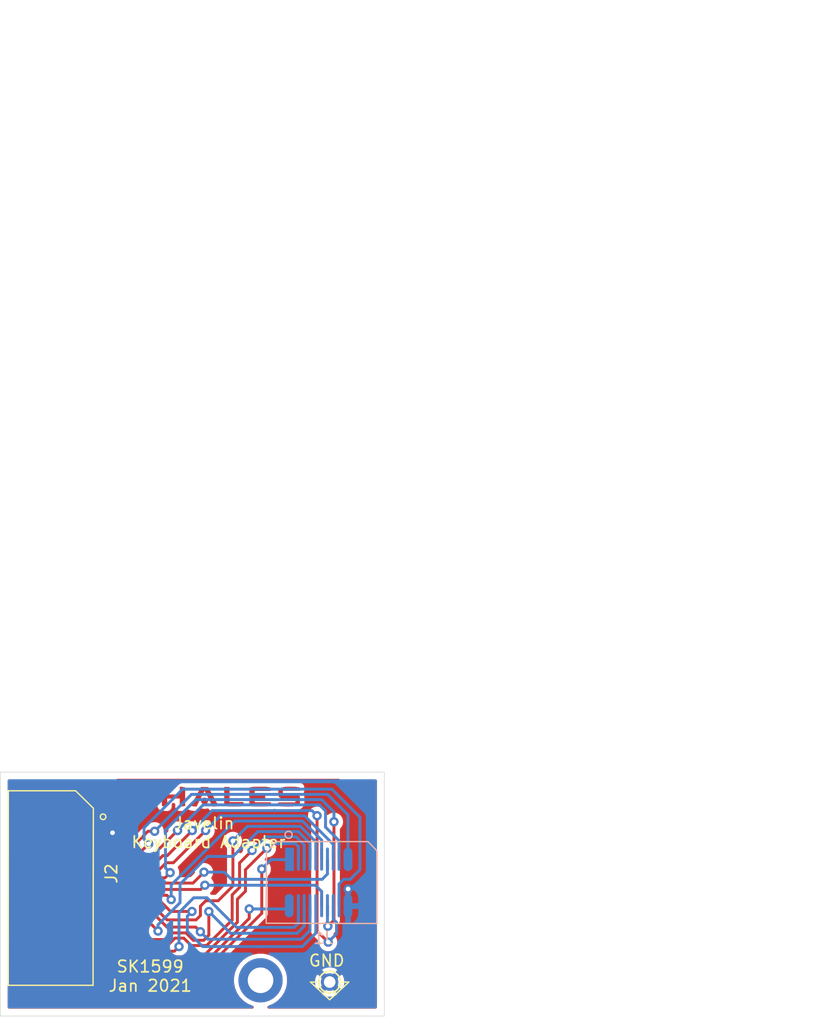
<source format=kicad_pcb>
(kicad_pcb (version 20171130) (host pcbnew "(5.1.9)-1")

  (general
    (thickness 1.6)
    (drawings 142)
    (tracks 237)
    (zones 0)
    (modules 5)
    (nets 25)
  )

  (page A4)
  (layers
    (0 F.Cu signal)
    (31 B.Cu signal)
    (32 B.Adhes user)
    (33 F.Adhes user)
    (34 B.Paste user)
    (35 F.Paste user)
    (36 B.SilkS user)
    (37 F.SilkS user)
    (38 B.Mask user)
    (39 F.Mask user)
    (40 Dwgs.User user)
    (41 Cmts.User user)
    (42 Eco1.User user)
    (43 Eco2.User user)
    (44 Edge.Cuts user)
    (45 Margin user)
    (46 B.CrtYd user)
    (47 F.CrtYd user)
    (48 B.Fab user)
    (49 F.Fab user)
  )

  (setup
    (last_trace_width 0.25)
    (user_trace_width 0.2032)
    (trace_clearance 0.2)
    (zone_clearance 0.381)
    (zone_45_only no)
    (trace_min 0.2)
    (via_size 0.8)
    (via_drill 0.4)
    (via_min_size 0.4)
    (via_min_drill 0.3)
    (user_via 0.8128 0.4064)
    (uvia_size 0.3)
    (uvia_drill 0.1)
    (uvias_allowed no)
    (uvia_min_size 0.2)
    (uvia_min_drill 0.1)
    (edge_width 0.05)
    (segment_width 0.2)
    (pcb_text_width 0.3)
    (pcb_text_size 1.5 1.5)
    (mod_edge_width 0.12)
    (mod_text_size 1 1)
    (mod_text_width 0.15)
    (pad_size 1.5 1.5)
    (pad_drill 1)
    (pad_to_mask_clearance 0)
    (aux_axis_origin 0 0)
    (visible_elements 7FFFFFFF)
    (pcbplotparams
      (layerselection 0x010fc_ffffffff)
      (usegerberextensions false)
      (usegerberattributes true)
      (usegerberadvancedattributes true)
      (creategerberjobfile true)
      (excludeedgelayer true)
      (linewidth 0.100000)
      (plotframeref false)
      (viasonmask false)
      (mode 1)
      (useauxorigin false)
      (hpglpennumber 1)
      (hpglpenspeed 20)
      (hpglpendiameter 15.000000)
      (psnegative false)
      (psa4output false)
      (plotreference true)
      (plotvalue true)
      (plotinvisibletext false)
      (padsonsilk false)
      (subtractmaskfromsilk false)
      (outputformat 1)
      (mirror false)
      (drillshape 1)
      (scaleselection 1)
      (outputdirectory ""))
  )

  (net 0 "")
  (net 1 "Net-(J1-Pad2)")
  (net 2 "Net-(J1-Pad1)")
  (net 3 "Net-(J1-Pad4)")
  (net 4 "Net-(J1-Pad3)")
  (net 5 "Net-(J1-Pad6)")
  (net 6 "Net-(J1-Pad5)")
  (net 7 "Net-(J1-Pad8)")
  (net 8 "Net-(J1-Pad7)")
  (net 9 "Net-(J1-Pad10)")
  (net 10 "Net-(J1-Pad9)")
  (net 11 "Net-(J1-Pad12)")
  (net 12 "Net-(J1-Pad11)")
  (net 13 "Net-(J1-Pad14)")
  (net 14 "Net-(J1-Pad13)")
  (net 15 "Net-(J1-Pad16)")
  (net 16 "Net-(J1-Pad15)")
  (net 17 "Net-(J1-Pad18)")
  (net 18 "Net-(J1-Pad17)")
  (net 19 "Net-(J1-Pad20)")
  (net 20 "Net-(J1-Pad19)")
  (net 21 "Net-(J2-Pad4)")
  (net 22 "Net-(J2-Pad3)")
  (net 23 "Net-(J2-Pad2)")
  (net 24 "Net-(J2-Pad1)")

  (net_class Default "This is the default net class."
    (clearance 0.2)
    (trace_width 0.25)
    (via_dia 0.8)
    (via_drill 0.4)
    (uvia_dia 0.3)
    (uvia_drill 0.1)
    (add_net "Net-(J1-Pad1)")
    (add_net "Net-(J1-Pad10)")
    (add_net "Net-(J1-Pad11)")
    (add_net "Net-(J1-Pad12)")
    (add_net "Net-(J1-Pad13)")
    (add_net "Net-(J1-Pad14)")
    (add_net "Net-(J1-Pad15)")
    (add_net "Net-(J1-Pad16)")
    (add_net "Net-(J1-Pad17)")
    (add_net "Net-(J1-Pad18)")
    (add_net "Net-(J1-Pad19)")
    (add_net "Net-(J1-Pad2)")
    (add_net "Net-(J1-Pad20)")
    (add_net "Net-(J1-Pad3)")
    (add_net "Net-(J1-Pad4)")
    (add_net "Net-(J1-Pad5)")
    (add_net "Net-(J1-Pad6)")
    (add_net "Net-(J1-Pad7)")
    (add_net "Net-(J1-Pad8)")
    (add_net "Net-(J1-Pad9)")
    (add_net "Net-(J2-Pad1)")
    (add_net "Net-(J2-Pad2)")
    (add_net "Net-(J2-Pad3)")
    (add_net "Net-(J2-Pad4)")
  )

  (module t_misc:TP60 (layer F.Cu) (tedit 6000766F) (tstamp 600096CA)
    (at 148.971 88.519)
    (fp_text reference REF** (at -2.032 0.127) (layer F.SilkS) hide
      (effects (font (size 0.635 0.508) (thickness 0.127)))
    )
    (fp_text value TP (at 0.05 -1.375) (layer F.SilkS) hide
      (effects (font (size 1 1) (thickness 0.15)))
    )
    (fp_circle (center 0 0) (end -0.025 -0.925) (layer F.SilkS) (width 0.15))
    (pad 1 thru_hole circle (at 0 0) (size 1.5 1.5) (drill 1) (layers *.Cu *.Mask)
      (net 19 "Net-(J1-Pad20)"))
  )

  (module t_logos:Thales_15x2_Cu (layer F.Cu) (tedit 0) (tstamp 6000959D)
    (at 139.192 72.5805)
    (fp_text reference G*** (at 0 0) (layer F.SilkS) hide
      (effects (font (size 1.524 1.524) (thickness 0.3)))
    )
    (fp_text value LOGO (at 0.75 0) (layer F.SilkS) hide
      (effects (font (size 1.524 1.524) (thickness 0.3)))
    )
    (fp_poly (pts (xy -4.198634 -0.832939) (xy -4.196001 -0.795205) (xy -4.193804 -0.73695) (xy -4.192166 -0.662026)
      (xy -4.191205 -0.574283) (xy -4.191 -0.508) (xy -4.191 -0.169333) (xy -3.104444 -0.169333)
      (xy -3.104444 -0.845605) (xy -3.009194 -0.838391) (xy -2.949411 -0.832474) (xy -2.875537 -0.82319)
      (xy -2.801235 -0.812295) (xy -2.783416 -0.809395) (xy -2.652888 -0.787613) (xy -2.652888 0.801519)
      (xy -2.719916 0.816862) (xy -2.772069 0.826913) (xy -2.839923 0.837428) (xy -2.914046 0.847222)
      (xy -2.98501 0.855107) (xy -3.043385 0.859896) (xy -3.068796 0.860789) (xy -3.1115 0.8608)
      (xy -3.107491 0.515067) (xy -3.103483 0.169334) (xy -4.191 0.169334) (xy -4.191 0.860778)
      (xy -4.250972 0.858923) (xy -4.297411 0.856232) (xy -4.357453 0.851112) (xy -4.407881 0.845815)
      (xy -4.470496 0.837214) (xy -4.533552 0.826442) (xy -4.573687 0.81804) (xy -4.642555 0.801519)
      (xy -4.642555 -0.785731) (xy -4.568472 -0.802212) (xy -4.528446 -0.809379) (xy -4.46901 -0.817984)
      (xy -4.398867 -0.82698) (xy -4.32672 -0.835322) (xy -4.261273 -0.841964) (xy -4.211227 -0.84586)
      (xy -4.201583 -0.846302) (xy -4.198634 -0.832939)) (layer F.Cu) (width 0.01))
    (fp_poly (pts (xy -0.661447 -0.811389) (xy -0.611914 -0.719666) (xy -0.578326 -0.657698) (xy -0.541679 -0.590433)
      (xy -0.515859 -0.543278) (xy -0.487822 -0.491832) (xy -0.452562 -0.426535) (xy -0.416059 -0.358478)
      (xy -0.401728 -0.331611) (xy -0.365181 -0.263531) (xy -0.326005 -0.191469) (xy -0.290835 -0.127601)
      (xy -0.279949 -0.108098) (xy -0.254474 -0.062176) (xy -0.235436 -0.026836) (xy -0.226174 -0.00831)
      (xy -0.225777 -0.007055) (xy -0.219366 0.006482) (xy -0.202362 0.03833) (xy -0.178108 0.082261)
      (xy -0.171537 0.093987) (xy -0.141064 0.14899) (xy -0.103319 0.21825) (xy -0.064132 0.291031)
      (xy -0.042518 0.331611) (xy -0.011685 0.389397) (xy 0.014857 0.438401) (xy 0.034017 0.472964)
      (xy 0.042242 0.486834) (xy 0.052452 0.504267) (xy 0.072817 0.541224) (xy 0.100364 0.592244)
      (xy 0.131402 0.650515) (xy 0.210578 0.800086) (xy 0.137039 0.816149) (xy 0.080339 0.826583)
      (xy 0.007483 0.837287) (xy -0.071975 0.847135) (xy -0.148482 0.855003) (xy -0.212485 0.859764)
      (xy -0.24092 0.860662) (xy -0.29134 0.860778) (xy -0.628975 0.176727) (xy -0.692884 0.047838)
      (xy -0.753352 -0.072971) (xy -0.809193 -0.183408) (xy -0.85922 -0.281182) (xy -0.902248 -0.364)
      (xy -0.93709 -0.429571) (xy -0.962562 -0.475602) (xy -0.977476 -0.499803) (xy -0.980722 -0.502988)
      (xy -0.989502 -0.489881) (xy -1.009572 -0.453797) (xy -1.03973 -0.397068) (xy -1.078776 -0.322024)
      (xy -1.12551 -0.230996) (xy -1.178732 -0.126317) (xy -1.237241 -0.010317) (xy -1.299837 0.114673)
      (xy -1.332916 0.181063) (xy -1.671 0.860778) (xy -1.735083 0.858923) (xy -1.784586 0.856179)
      (xy -1.846528 0.850993) (xy -1.893204 0.846096) (xy -1.945459 0.838937) (xy -2.002586 0.829461)
      (xy -2.057822 0.819016) (xy -2.104404 0.808951) (xy -2.13557 0.800614) (xy -2.144888 0.795906)
      (xy -2.138575 0.78275) (xy -2.121277 0.749457) (xy -2.095457 0.700701) (xy -2.063577 0.641158)
      (xy -2.055032 0.625291) (xy -2.027983 0.575018) (xy -1.989706 0.503736) (xy -1.942281 0.415325)
      (xy -1.887788 0.313665) (xy -1.828305 0.202635) (xy -1.765913 0.086115) (xy -1.702691 -0.032016)
      (xy -1.693396 -0.049389) (xy -1.631253 -0.165536) (xy -1.57052 -0.279033) (xy -1.513114 -0.386297)
      (xy -1.460951 -0.483747) (xy -1.41595 -0.567803) (xy -1.380027 -0.634882) (xy -1.355099 -0.681404)
      (xy -1.351464 -0.688183) (xy -1.281311 -0.818977) (xy -0.661447 -0.811389)) (layer F.Cu) (width 0.01))
    (fp_poly (pts (xy 1.171223 0.479778) (xy 2.370667 0.479778) (xy 2.370667 0.788221) (xy 2.296584 0.803024)
      (xy 2.226328 0.816519) (xy 2.162314 0.827283) (xy 2.099825 0.835669) (xy 2.034143 0.842026)
      (xy 1.960551 0.846705) (xy 1.874332 0.850056) (xy 1.770768 0.852428) (xy 1.645142 0.854174)
      (xy 1.601612 0.854636) (xy 1.447749 0.855609) (xy 1.319143 0.855096) (xy 1.21286 0.853024)
      (xy 1.12597 0.849315) (xy 1.055541 0.843896) (xy 1.019324 0.839706) (xy 0.948032 0.829602)
      (xy 0.877632 0.818638) (xy 0.818936 0.808538) (xy 0.797074 0.804291) (xy 0.719667 0.788221)
      (xy 0.719667 -0.818444) (xy 1.171223 -0.818444) (xy 1.171223 0.479778)) (layer F.Cu) (width 0.01))
    (fp_poly (pts (xy 3.936853 -0.839091) (xy 4.053918 -0.838458) (xy 4.151407 -0.83708) (xy 4.233643 -0.834692)
      (xy 4.30495 -0.83103) (xy 4.369649 -0.825828) (xy 4.432064 -0.818823) (xy 4.496518 -0.80975)
      (xy 4.567333 -0.798344) (xy 4.624917 -0.788498) (xy 4.713112 -0.773214) (xy 4.713112 -0.479778)
      (xy 3.330223 -0.479778) (xy 3.330223 -0.183444) (xy 4.233334 -0.183444) (xy 4.233334 0.141111)
      (xy 3.330223 0.141111) (xy 3.330223 0.493623) (xy 4.720167 0.500945) (xy 4.728173 0.786847)
      (xy 4.639503 0.802886) (xy 4.566475 0.815616) (xy 4.499731 0.825917) (xy 4.434858 0.834082)
      (xy 4.367441 0.840405) (xy 4.293067 0.845182) (xy 4.207322 0.848706) (xy 4.105792 0.851271)
      (xy 3.984062 0.853173) (xy 3.866445 0.85444) (xy 3.696284 0.855445) (xy 3.55211 0.854951)
      (xy 3.431727 0.85291) (xy 3.332938 0.849276) (xy 3.253544 0.844) (xy 3.217334 0.840379)
      (xy 3.142331 0.831198) (xy 3.06807 0.821157) (xy 3.004605 0.811662) (xy 2.971325 0.80597)
      (xy 2.926374 0.797643) (xy 2.89426 0.791936) (xy 2.883131 0.790222) (xy 2.8823 0.776534)
      (xy 2.881519 0.737162) (xy 2.880802 0.674645) (xy 2.880165 0.591519) (xy 2.879622 0.490325)
      (xy 2.879187 0.3736) (xy 2.878875 0.243882) (xy 2.8787 0.10371) (xy 2.878667 0.008504)
      (xy 2.878667 -0.773214) (xy 2.966862 -0.788498) (xy 3.044966 -0.801755) (xy 3.113584 -0.812488)
      (xy 3.177039 -0.820962) (xy 3.239655 -0.82744) (xy 3.305753 -0.832188) (xy 3.379656 -0.835471)
      (xy 3.465688 -0.837552) (xy 3.568172 -0.838697) (xy 3.69143 -0.83917) (xy 3.795889 -0.839243)
      (xy 3.936853 -0.839091)) (layer F.Cu) (width 0.01))
    (fp_poly (pts (xy 6.54541 -0.843056) (xy 6.707517 -0.835716) (xy 6.863703 -0.824264) (xy 7.007405 -0.808941)
      (xy 7.132064 -0.78999) (xy 7.171973 -0.782123) (xy 7.210778 -0.773869) (xy 7.210778 -0.493889)
      (xy 5.757334 -0.493889) (xy 5.757334 -0.199179) (xy 6.374695 -0.194781) (xy 6.524262 -0.193637)
      (xy 6.648309 -0.192447) (xy 6.749535 -0.191091) (xy 6.830644 -0.189446) (xy 6.894335 -0.187391)
      (xy 6.943311 -0.184805) (xy 6.980272 -0.181566) (xy 7.00792 -0.177551) (xy 7.028955 -0.172641)
      (xy 7.04608 -0.166712) (xy 7.051849 -0.164287) (xy 7.119095 -0.122245) (xy 7.173556 -0.063666)
      (xy 7.207885 0.003337) (xy 7.20993 0.010198) (xy 7.215527 0.045253) (xy 7.219772 0.101283)
      (xy 7.222666 0.172354) (xy 7.224207 0.252533) (xy 7.224398 0.335884) (xy 7.223237 0.416475)
      (xy 7.220725 0.488372) (xy 7.216862 0.54564) (xy 7.211648 0.582345) (xy 7.209913 0.58822)
      (xy 7.181453 0.640984) (xy 7.137374 0.686638) (xy 7.075609 0.726034) (xy 6.994089 0.760025)
      (xy 6.890748 0.789459) (xy 6.763517 0.81519) (xy 6.61033 0.838069) (xy 6.59975 0.839436)
      (xy 6.511276 0.847926) (xy 6.401517 0.854032) (xy 6.277306 0.85775) (xy 6.145481 0.859079)
      (xy 6.012876 0.858017) (xy 5.886326 0.854563) (xy 5.772668 0.848715) (xy 5.678736 0.840471)
      (xy 5.671986 0.839672) (xy 5.599528 0.830198) (xy 5.52768 0.819636) (xy 5.467206 0.809616)
      (xy 5.442681 0.804925) (xy 5.362223 0.788221) (xy 5.362223 0.508) (xy 6.843889 0.508)
      (xy 6.843889 0.156586) (xy 6.219473 0.152376) (xy 6.070509 0.151348) (xy 5.947054 0.150357)
      (xy 5.846393 0.149258) (xy 5.765812 0.147906) (xy 5.702598 0.146154) (xy 5.654037 0.143856)
      (xy 5.617415 0.140867) (xy 5.590018 0.13704) (xy 5.569132 0.13223) (xy 5.552045 0.126291)
      (xy 5.536042 0.119077) (xy 5.528127 0.115206) (xy 5.477187 0.085394) (xy 5.437962 0.049811)
      (xy 5.409074 0.004642) (xy 5.389145 -0.053926) (xy 5.376798 -0.12971) (xy 5.370654 -0.226523)
      (xy 5.369278 -0.324555) (xy 5.369558 -0.408946) (xy 5.370857 -0.470742) (xy 5.373859 -0.515571)
      (xy 5.379252 -0.549058) (xy 5.387722 -0.57683) (xy 5.399954 -0.604512) (xy 5.404556 -0.613833)
      (xy 5.444518 -0.674698) (xy 5.495378 -0.715205) (xy 5.496278 -0.715707) (xy 5.555745 -0.741229)
      (xy 5.640179 -0.766355) (xy 5.746327 -0.790322) (xy 5.870935 -0.812367) (xy 5.969 -0.826457)
      (xy 6.089177 -0.837984) (xy 6.229678 -0.844432) (xy 6.383943 -0.846042) (xy 6.54541 -0.843056)) (layer F.Cu) (width 0.01))
    (fp_poly (pts (xy -6.004263 -0.8438) (xy -5.854561 -0.83998) (xy -5.718427 -0.832834) (xy -5.591016 -0.822129)
      (xy -5.467484 -0.807633) (xy -5.379861 -0.79497) (xy -5.235222 -0.77257) (xy -5.235222 -0.479778)
      (xy -6.011333 -0.479778) (xy -6.011333 0.832556) (xy -6.462888 0.832556) (xy -6.462888 -0.479778)
      (xy -7.224888 -0.479778) (xy -7.224888 -0.77297) (xy -7.174663 -0.782392) (xy -7.079109 -0.798504)
      (xy -6.978247 -0.81166) (xy -6.86784 -0.822176) (xy -6.743651 -0.830364) (xy -6.601442 -0.836539)
      (xy -6.436978 -0.841013) (xy -6.363745 -0.842401) (xy -6.172376 -0.84453) (xy -6.004263 -0.8438)) (layer F.Cu) (width 0.01))
    (fp_poly (pts (xy -0.892441 0.111078) (xy -0.814256 0.146246) (xy -0.753158 0.201682) (xy -0.711759 0.274787)
      (xy -0.692667 0.362961) (xy -0.691676 0.391021) (xy -0.704432 0.477593) (xy -0.739457 0.551577)
      (xy -0.792672 0.610495) (xy -0.859998 0.651872) (xy -0.937355 0.673232) (xy -1.020665 0.672097)
      (xy -1.105848 0.645992) (xy -1.109126 0.644447) (xy -1.179667 0.59748) (xy -1.229035 0.537335)
      (xy -1.258211 0.468322) (xy -1.268172 0.394748) (xy -1.259899 0.320922) (xy -1.234371 0.251154)
      (xy -1.192566 0.189751) (xy -1.135466 0.141024) (xy -1.064048 0.109281) (xy -0.985105 0.098778)
      (xy -0.892441 0.111078)) (layer F.Cu) (width 0.01))
  )

  (module "t_connectors:FH12A-24S-0.5SH(55)_flex_connector" (layer F.Cu) (tedit 600073E6) (tstamp 5FF3201B)
    (at 128.3462 74.8284 90)
    (path /5FF37455)
    (attr smd)
    (fp_text reference J2 (at -4.3688 1.8542 90) (layer F.SilkS)
      (effects (font (size 1 1) (thickness 0.15)))
    )
    (fp_text value "Conn_FH12A-24S-0.5SH(55)" (at -4.6482 3.3782 90) (layer F.Fab)
      (effects (font (size 1 1) (thickness 0.15)))
    )
    (fp_circle (center 0.508 1.143) (end 0.2794 1.0668) (layer F.SilkS) (width 0.12))
    (fp_line (start 1.2446 0.3048) (end 2.7432 -1.2192) (layer F.SilkS) (width 0.12))
    (fp_line (start 2.7432 -1.2192) (end 2.7432 -7.0104) (layer F.SilkS) (width 0.12))
    (fp_line (start 2.7432 -7.0104) (end -13.97 -7.019) (layer F.SilkS) (width 0.12))
    (fp_line (start -13.97 -7.019) (end -13.97 0.2794) (layer F.SilkS) (width 0.12))
    (fp_line (start -13.97 0.2794) (end 1.2446 0.3048) (layer F.SilkS) (width 0.12))
    (fp_line (start 2.4638 -6.7564) (end -13.716 -6.7056) (layer F.CrtYd) (width 0.05))
    (fp_line (start -13.716 -6.7056) (end -13.7192 -0.3048) (layer F.CrtYd) (width 0.05))
    (fp_line (start -13.7192 -0.3048) (end 2.4924 -0.3048) (layer F.CrtYd) (width 0.05))
    (fp_line (start 2.4924 -0.3048) (end 2.4638 -6.7564) (layer F.CrtYd) (width 0.05))
    (pad 25 smd rect (at 2.4384 -3.3528 90) (size 2 2.4) (layers F.Cu F.Paste F.Mask)
      (net 19 "Net-(J1-Pad20)"))
    (pad 26 smd rect (at -13.4112 -3.302 90) (size 2 2.4) (layers F.Cu F.Paste F.Mask)
      (net 19 "Net-(J1-Pad20)"))
    (pad 24 smd oval (at -11.2364 0 90) (size 0.3 1.32) (layers F.Cu F.Paste F.Mask)
      (net 2 "Net-(J1-Pad1)"))
    (pad 23 smd oval (at -10.7364 0 90) (size 0.3 1.32) (layers F.Cu F.Paste F.Mask)
      (net 1 "Net-(J1-Pad2)"))
    (pad 22 smd oval (at -10.2364 0 90) (size 0.3 1.32) (layers F.Cu F.Paste F.Mask)
      (net 4 "Net-(J1-Pad3)"))
    (pad 21 smd oval (at -9.7364 0 90) (size 0.3 1.32) (layers F.Cu F.Paste F.Mask)
      (net 3 "Net-(J1-Pad4)"))
    (pad 20 smd oval (at -9.2364 0 90) (size 0.3 1.32) (layers F.Cu F.Paste F.Mask)
      (net 6 "Net-(J1-Pad5)"))
    (pad 19 smd oval (at -8.7364 0 90) (size 0.3 1.32) (layers F.Cu F.Paste F.Mask)
      (net 5 "Net-(J1-Pad6)"))
    (pad 18 smd oval (at -8.2364 0 90) (size 0.3 1.32) (layers F.Cu F.Paste F.Mask)
      (net 8 "Net-(J1-Pad7)"))
    (pad 17 smd oval (at -7.7364 0 90) (size 0.3 1.32) (layers F.Cu F.Paste F.Mask)
      (net 7 "Net-(J1-Pad8)"))
    (pad 16 smd oval (at -7.2364 0 90) (size 0.3 1.32) (layers F.Cu F.Paste F.Mask)
      (net 10 "Net-(J1-Pad9)"))
    (pad 15 smd oval (at -6.7364 0 90) (size 0.3 1.32) (layers F.Cu F.Paste F.Mask)
      (net 9 "Net-(J1-Pad10)"))
    (pad 14 smd oval (at -6.2364 0 90) (size 0.3 1.32) (layers F.Cu F.Paste F.Mask)
      (net 12 "Net-(J1-Pad11)"))
    (pad 13 smd oval (at -5.7364 0 90) (size 0.3 1.32) (layers F.Cu F.Paste F.Mask)
      (net 11 "Net-(J1-Pad12)"))
    (pad 12 smd oval (at -5.2364 0 90) (size 0.3 1.32) (layers F.Cu F.Paste F.Mask)
      (net 14 "Net-(J1-Pad13)"))
    (pad 11 smd oval (at -4.7364 0 90) (size 0.3 1.32) (layers F.Cu F.Paste F.Mask)
      (net 13 "Net-(J1-Pad14)"))
    (pad 10 smd oval (at -4.2364 0 90) (size 0.3 1.32) (layers F.Cu F.Paste F.Mask)
      (net 16 "Net-(J1-Pad15)"))
    (pad 9 smd oval (at -3.7364 0 90) (size 0.3 1.32) (layers F.Cu F.Paste F.Mask)
      (net 15 "Net-(J1-Pad16)"))
    (pad 8 smd oval (at -3.2364 0 90) (size 0.3 1.32) (layers F.Cu F.Paste F.Mask)
      (net 18 "Net-(J1-Pad17)"))
    (pad 7 smd oval (at -2.7364 0 90) (size 0.3 1.32) (layers F.Cu F.Paste F.Mask)
      (net 17 "Net-(J1-Pad18)"))
    (pad 6 smd oval (at -2.2364 0 90) (size 0.3 1.32) (layers F.Cu F.Paste F.Mask)
      (net 20 "Net-(J1-Pad19)"))
    (pad 5 smd oval (at -1.7364 0 90) (size 0.3 1.32) (layers F.Cu F.Paste F.Mask)
      (net 19 "Net-(J1-Pad20)"))
    (pad 4 smd oval (at -1.2364 0 90) (size 0.3 1.32) (layers F.Cu F.Paste F.Mask)
      (net 21 "Net-(J2-Pad4)"))
    (pad 3 smd oval (at -0.7364 0 90) (size 0.3 1.32) (layers F.Cu F.Paste F.Mask)
      (net 22 "Net-(J2-Pad3)"))
    (pad 2 smd oval (at -0.2364 0 90) (size 0.3 1.32) (layers F.Cu F.Paste F.Mask)
      (net 23 "Net-(J2-Pad2)"))
    (pad 1 smd rect (at 0.2636 0 90) (size 0.3 1.32) (layers F.Cu F.Paste F.Mask)
      (net 24 "Net-(J2-Pad1)"))
    (model ${T_LIBS}/3d/t_connectors/FH12A-24S-0.5SH.stp
      (offset (xyz -26 22 0))
      (scale (xyz 1 1 1))
      (rotate (xyz 0 90 0))
    )
  )

  (module MountingHole:MountingHole_2.2mm_M2_DIN965_Pad_TopBottom (layer F.Cu) (tedit 56D1B4CB) (tstamp 60008DC7)
    (at 143.0274 88.3666)
    (descr "Mounting Hole 2.2mm, M2, DIN965")
    (tags "mounting hole 2.2mm m2 din965")
    (attr virtual)
    (fp_text reference REF** (at 0 -2.9) (layer F.SilkS) hide
      (effects (font (size 1 1) (thickness 0.15)))
    )
    (fp_text value MountingHole_2.2mm_M2_DIN965_Pad_TopBottom (at 0 2.9) (layer F.Fab)
      (effects (font (size 1 1) (thickness 0.15)))
    )
    (fp_circle (center 0 0) (end 2.15 0) (layer F.CrtYd) (width 0.05))
    (fp_circle (center 0 0) (end 1.9 0) (layer Cmts.User) (width 0.15))
    (fp_text user %R (at 0.3 0) (layer F.Fab)
      (effects (font (size 1 1) (thickness 0.15)))
    )
    (pad 1 connect circle (at 0 0) (size 3.8 3.8) (layers B.Cu B.Mask))
    (pad 1 connect circle (at 0 0) (size 3.8 3.8) (layers F.Cu F.Mask))
    (pad 1 thru_hole circle (at 0 0) (size 2.6 2.6) (drill 2.2) (layers *.Cu *.Mask))
  )

  (module t_connectors:AXK6S20447Y_header (layer B.Cu) (tedit 600043C6) (tstamp 5FF31FF3)
    (at 148.0312 79.9592 180)
    (path /5FF360F0)
    (attr smd)
    (fp_text reference J1 (at -0.381 -4.7752) (layer B.SilkS)
      (effects (font (size 1 1) (thickness 0.15)) (justify mirror))
    )
    (fp_text value AXK6S20447Y_header (at 0 0) (layer B.Fab)
      (effects (font (size 1 1) (thickness 0.15)) (justify mirror))
    )
    (fp_circle (center 2.5908 4.091509) (end 2.8702 4.218509) (layer B.SilkS) (width 0.12))
    (fp_line (start -5.0038 2.7178) (end -4.2418 3.5052) (layer B.SilkS) (width 0.12))
    (fp_line (start -3.1242 -3.2766) (end -3.0734 3.2512) (layer B.CrtYd) (width 0.05))
    (fp_line (start 3.175 -3.25) (end -3.1242 -3.2766) (layer B.CrtYd) (width 0.05))
    (fp_line (start 3.175 3.25) (end 3.175 -3.25) (layer B.CrtYd) (width 0.05))
    (fp_line (start -3.0734 3.2512) (end 3.175 3.25) (layer B.CrtYd) (width 0.05))
    (fp_line (start 4.5212 -3.5052) (end -5.0038 -3.5306) (layer B.SilkS) (width 0.12))
    (fp_line (start 4.4958 2.6162) (end 4.5212 -3.5052) (layer B.SilkS) (width 0.12))
    (fp_line (start -4.2418 3.5052) (end 3.6068 3.5052) (layer B.SilkS) (width 0.12))
    (fp_line (start -5.0038 -3.5306) (end -5.0038 2.7178) (layer B.SilkS) (width 0.12))
    (fp_line (start 4.4958 2.6162) (end 3.6068 3.5052) (layer B.SilkS) (width 0.12))
    (pad 2 smd oval (at 2.54 -2 180) (size 0.75 2) (layers B.Cu B.Paste B.Mask)
      (net 1 "Net-(J1-Pad2)"))
    (pad 1 smd rect (at 2.5146 1.9812 180) (size 0.75 2) (layers B.Cu B.Paste B.Mask)
      (net 2 "Net-(J1-Pad1)"))
    (pad 4 smd oval (at 1.75 -2 180) (size 0.25 2) (layers B.Cu B.Paste B.Mask)
      (net 3 "Net-(J1-Pad4)"))
    (pad 3 smd oval (at 1.75 2 180) (size 0.25 2) (layers B.Cu B.Paste B.Mask)
      (net 4 "Net-(J1-Pad3)"))
    (pad 6 smd oval (at 1.25 -2 180) (size 0.25 2) (layers B.Cu B.Paste B.Mask)
      (net 5 "Net-(J1-Pad6)"))
    (pad 5 smd oval (at 1.25 2 180) (size 0.25 2) (layers B.Cu B.Paste B.Mask)
      (net 6 "Net-(J1-Pad5)"))
    (pad 8 smd oval (at 0.75 -2 180) (size 0.25 2) (layers B.Cu B.Paste B.Mask)
      (net 7 "Net-(J1-Pad8)"))
    (pad 7 smd oval (at 0.75 2 180) (size 0.25 2) (layers B.Cu B.Paste B.Mask)
      (net 8 "Net-(J1-Pad7)"))
    (pad 10 smd oval (at 0.25 -2 180) (size 0.25 2) (layers B.Cu B.Paste B.Mask)
      (net 9 "Net-(J1-Pad10)"))
    (pad 9 smd oval (at 0.25 2 180) (size 0.25 2) (layers B.Cu B.Paste B.Mask)
      (net 10 "Net-(J1-Pad9)"))
    (pad 12 smd oval (at -0.25 -2 180) (size 0.25 2) (layers B.Cu B.Paste B.Mask)
      (net 11 "Net-(J1-Pad12)"))
    (pad 11 smd oval (at -0.25 2 180) (size 0.25 2) (layers B.Cu B.Paste B.Mask)
      (net 12 "Net-(J1-Pad11)"))
    (pad 14 smd oval (at -0.75 -2 180) (size 0.25 2) (layers B.Cu B.Paste B.Mask)
      (net 13 "Net-(J1-Pad14)"))
    (pad 13 smd oval (at -0.75 2 180) (size 0.25 2) (layers B.Cu B.Paste B.Mask)
      (net 14 "Net-(J1-Pad13)"))
    (pad 16 smd oval (at -1.25 -2 180) (size 0.25 2) (layers B.Cu B.Paste B.Mask)
      (net 15 "Net-(J1-Pad16)"))
    (pad 15 smd oval (at -1.25 2 180) (size 0.25 2) (layers B.Cu B.Paste B.Mask)
      (net 16 "Net-(J1-Pad15)"))
    (pad 18 smd oval (at -1.75 -2 180) (size 0.25 2) (layers B.Cu B.Paste B.Mask)
      (net 17 "Net-(J1-Pad18)"))
    (pad 17 smd oval (at -1.75 2 180) (size 0.25 2) (layers B.Cu B.Paste B.Mask)
      (net 18 "Net-(J1-Pad17)"))
    (pad 20 smd oval (at -2.5146 -2.032 180) (size 0.75 2) (layers B.Cu B.Paste B.Mask)
      (net 19 "Net-(J1-Pad20)"))
    (pad 19 smd oval (at -2.5146 1.9812 180) (size 0.75 2) (layers B.Cu B.Paste B.Mask)
      (net 20 "Net-(J1-Pad19)"))
  )

  (gr_line (start 147.32 88.519) (end 147.828 88.519) (layer F.SilkS) (width 0.12))
  (gr_line (start 148.971 90.043) (end 147.32 88.519) (layer F.SilkS) (width 0.12))
  (gr_line (start 150.622 88.519) (end 148.971 90.043) (layer F.SilkS) (width 0.12))
  (gr_line (start 150.114 88.519) (end 150.622 88.519) (layer F.SilkS) (width 0.12))
  (gr_text GND (at 148.717 86.6775) (layer F.SilkS) (tstamp 600096D2)
    (effects (font (size 1 1) (thickness 0.15)))
  )
  (gr_text "Javelin \nKeyboard Adapter" (at 138.557 75.692) (layer F.SilkS) (tstamp 6000968D)
    (effects (font (size 1 1) (thickness 0.15)))
  )
  (gr_text "Jan 2021" (at 133.5405 88.8365) (layer F.SilkS) (tstamp 6000968A)
    (effects (font (size 1 1) (thickness 0.15)))
  )
  (gr_text SK1599 (at 133.5405 87.1855) (layer F.SilkS)
    (effects (font (size 1 1) (thickness 0.15)))
  )
  (gr_line (start 120.65 91.44) (end 153.67 91.44) (layer Edge.Cuts) (width 0.05))
  (gr_line (start 120.65 70.485) (end 120.65 91.44) (layer Edge.Cuts) (width 0.05))
  (gr_line (start 153.67 70.485) (end 120.65 70.485) (layer Edge.Cuts) (width 0.05))
  (gr_line (start 153.67 91.44) (end 153.67 70.485) (layer Edge.Cuts) (width 0.05))
  (gr_circle (center 143.4456 22.2428) (end 143.9536 22.2428) (layer Dwgs.User) (width 0.02))
  (gr_circle (center 173.6462 23.97) (end 174.1542 23.97) (layer Dwgs.User) (width 0.02))
  (gr_circle (center 156.171 10.3048) (end 156.679 10.3048) (layer Dwgs.User) (width 0.02))
  (gr_arc (start 190.6896 60.7492) (end 190.6896 59.9364) (angle -90) (layer Dwgs.User) (width 0.02))
  (gr_circle (center 143.09 6.698) (end 144.3092 6.698) (layer Dwgs.User) (width 0.02))
  (gr_arc (start 153.5548 5.7582) (end 155.155 5.7582) (angle -90) (layer Dwgs.User) (width 0.02))
  (gr_line (start 167.5248 7.968) (end 156.7552 7.968) (layer Dwgs.User) (width 0.02))
  (gr_line (start 144.643 79.557) (end 145.243 78.957) (layer Dwgs.User) (width 0.02))
  (gr_arc (start 190.6896 68.3184) (end 189.8768 68.3184) (angle -90) (layer Dwgs.User) (width 0.02))
  (gr_arc (start 156.7552 6.3678) (end 155.155 6.3678) (angle -90) (layer Dwgs.User) (width 0.02))
  (gr_circle (center 143.09 88.486) (end 144.3092 88.486) (layer Dwgs.User) (width 0.02))
  (gr_line (start 153.5548 4.158) (end 141.5152 4.158) (layer Dwgs.User) (width 0.02))
  (gr_circle (center 187.54 88.486) (end 188.7592 88.486) (layer Dwgs.User) (width 0.02))
  (gr_circle (center 187.54 6.698) (end 188.7592 6.698) (layer Dwgs.User) (width 0.02))
  (gr_arc (start 167.5248 6.3678) (end 167.5248 7.968) (angle -90) (layer Dwgs.User) (width 0.02))
  (gr_arc (start 189.1148 5.7582) (end 190.715 5.7582) (angle -90) (layer Dwgs.User) (width 0.02))
  (gr_arc (start 170.7252 5.7582) (end 170.7252 4.158) (angle -90) (layer Dwgs.User) (width 0.02))
  (gr_arc (start 186.4478 86.7588) (end 186.4478 91.026) (angle -90) (layer Dwgs.User) (width 0.02))
  (gr_arc (start 144.1822 86.7588) (end 139.915 86.7588) (angle -90) (layer Dwgs.User) (width 0.02))
  (gr_arc (start 141.5152 5.7582) (end 141.5152 4.158) (angle -90) (layer Dwgs.User) (width 0.02))
  (gr_line (start 189.1148 4.158) (end 170.7252 4.158) (layer Dwgs.User) (width 0.02))
  (gr_line (start 189.8768 60.7492) (end 189.8768 68.3184) (layer Dwgs.User) (width 0.02))
  (gr_line (start 144.383 81.257) (end 144.643 80.997) (layer Dwgs.User) (width 0.02))
  (gr_line (start 190.715 59.9364) (end 190.715 5.7582) (layer Dwgs.User) (width 0.02))
  (gr_line (start 190.715 86.7588) (end 190.715 69.1312) (layer Dwgs.User) (width 0.02))
  (gr_circle (center 154.4438 44.798) (end 154.9518 44.798) (layer Dwgs.User) (width 0.02))
  (gr_line (start 150.193 77.677) (end 150.193 77.277) (layer Dwgs.User) (width 0.02))
  (gr_line (start 169.125 5.7582) (end 169.125 6.3678) (layer Dwgs.User) (width 0.02))
  (gr_line (start 190.715 59.9364) (end 190.6896 59.9364) (layer Dwgs.User) (width 0.02))
  (gr_line (start 155.155 6.3678) (end 155.155 5.7582) (layer Dwgs.User) (width 0.02))
  (gr_line (start 150.393 79.067) (end 150.393 78.897) (layer Dwgs.User) (width 0.02))
  (gr_line (start 150.393 77.277) (end 150.393 77.677) (layer Dwgs.User) (width 0.02))
  (gr_line (start 152.143 78.577) (end 152.143 82.277) (layer Dwgs.User) (width 0.02))
  (gr_line (start 149.693 82.677) (end 149.693 82.277) (layer Dwgs.User) (width 0.02))
  (gr_line (start 151.703 79.557) (end 151.703 81.257) (layer Dwgs.User) (width 0.02))
  (gr_line (start 150.843 78.697) (end 150.843 78.957) (layer Dwgs.User) (width 0.02))
  (gr_line (start 150.493 78.957) (end 150.493 78.897) (layer Dwgs.User) (width 0.02))
  (gr_line (start 149.893 77.277) (end 149.893 77.677) (layer Dwgs.User) (width 0.02))
  (gr_line (start 150.393 82.277) (end 150.393 82.677) (layer Dwgs.User) (width 0.02))
  (gr_line (start 150.393 80.887) (end 150.393 81.057) (layer Dwgs.User) (width 0.02))
  (gr_line (start 150.193 82.677) (end 150.193 82.277) (layer Dwgs.User) (width 0.02))
  (gr_line (start 149.193 77.677) (end 149.193 77.277) (layer Dwgs.User) (width 0.02))
  (gr_line (start 150.493 81.057) (end 150.493 80.997) (layer Dwgs.User) (width 0.02))
  (gr_line (start 149.393 77.277) (end 149.393 77.677) (layer Dwgs.User) (width 0.02))
  (gr_line (start 149.893 82.277) (end 149.893 82.677) (layer Dwgs.User) (width 0.02))
  (gr_line (start 149.693 77.677) (end 149.693 77.277) (layer Dwgs.User) (width 0.02))
  (gr_line (start 151.443 80.997) (end 151.443 79.557) (layer Dwgs.User) (width 0.02))
  (gr_line (start 149.393 82.277) (end 149.393 82.677) (layer Dwgs.User) (width 0.02))
  (gr_line (start 144.843 77.677) (end 143.943 78.577) (layer Dwgs.User) (width 0.02))
  (gr_line (start 147.393 77.277) (end 147.393 77.677) (layer Dwgs.User) (width 0.02))
  (gr_line (start 148.893 82.277) (end 148.893 82.677) (layer Dwgs.User) (width 0.02))
  (gr_line (start 148.693 77.677) (end 148.693 77.277) (layer Dwgs.User) (width 0.02))
  (gr_line (start 149.193 82.677) (end 149.193 82.277) (layer Dwgs.User) (width 0.02))
  (gr_line (start 147.893 82.277) (end 147.893 82.677) (layer Dwgs.User) (width 0.02))
  (gr_line (start 146.893 82.277) (end 146.893 82.677) (layer Dwgs.User) (width 0.02))
  (gr_line (start 146.693 77.677) (end 146.693 77.277) (layer Dwgs.User) (width 0.02))
  (gr_line (start 148.893 77.277) (end 148.893 77.677) (layer Dwgs.User) (width 0.02))
  (gr_line (start 148.393 77.277) (end 148.393 77.677) (layer Dwgs.User) (width 0.02))
  (gr_line (start 148.193 77.677) (end 148.193 77.277) (layer Dwgs.User) (width 0.02))
  (gr_line (start 146.893 77.277) (end 146.893 77.677) (layer Dwgs.User) (width 0.02))
  (gr_line (start 146.393 82.277) (end 146.393 82.677) (layer Dwgs.User) (width 0.02))
  (gr_line (start 147.193 82.677) (end 147.193 82.277) (layer Dwgs.User) (width 0.02))
  (gr_line (start 148.693 82.677) (end 148.693 82.277) (layer Dwgs.User) (width 0.02))
  (gr_line (start 147.693 77.677) (end 147.693 77.277) (layer Dwgs.User) (width 0.02))
  (gr_line (start 147.393 82.277) (end 147.393 82.677) (layer Dwgs.User) (width 0.02))
  (gr_line (start 146.693 82.677) (end 146.693 82.277) (layer Dwgs.User) (width 0.02))
  (gr_line (start 148.393 82.277) (end 148.393 82.677) (layer Dwgs.User) (width 0.02))
  (gr_line (start 147.893 77.277) (end 147.893 77.677) (layer Dwgs.User) (width 0.02))
  (gr_line (start 148.193 82.677) (end 148.193 82.277) (layer Dwgs.User) (width 0.02))
  (gr_line (start 146.393 77.277) (end 146.393 77.677) (layer Dwgs.User) (width 0.02))
  (gr_line (start 147.693 82.677) (end 147.693 82.277) (layer Dwgs.User) (width 0.02))
  (gr_line (start 147.193 77.677) (end 147.193 77.277) (layer Dwgs.User) (width 0.02))
  (gr_line (start 146.193 82.677) (end 146.193 82.277) (layer Dwgs.User) (width 0.02))
  (gr_line (start 146.193 77.677) (end 146.193 77.277) (layer Dwgs.User) (width 0.02))
  (gr_line (start 145.693 77.677) (end 145.693 77.277) (layer Dwgs.User) (width 0.02))
  (gr_line (start 145.693 81.057) (end 145.693 80.887) (layer Dwgs.User) (width 0.02))
  (gr_line (start 145.693 82.677) (end 145.693 82.277) (layer Dwgs.User) (width 0.02))
  (gr_line (start 145.693 78.897) (end 145.693 79.067) (layer Dwgs.User) (width 0.02))
  (gr_line (start 144.643 80.997) (end 144.643 79.557) (layer Dwgs.User) (width 0.02))
  (gr_line (start 149.693 77.277) (end 149.893 77.277) (layer Dwgs.User) (width 0.02))
  (gr_line (start 190.715 69.1312) (end 190.6896 69.1312) (layer Dwgs.User) (width 0.02))
  (gr_line (start 150.193 77.277) (end 150.393 77.277) (layer Dwgs.User) (width 0.02))
  (gr_line (start 148.693 77.277) (end 148.893 77.277) (layer Dwgs.User) (width 0.02))
  (gr_line (start 139.915 5.7582) (end 139.915 86.7588) (layer Dwgs.User) (width 0.02))
  (gr_line (start 149.193 77.277) (end 149.393 77.277) (layer Dwgs.User) (width 0.02))
  (gr_line (start 145.593 80.997) (end 145.593 81.057) (layer Dwgs.User) (width 0.02))
  (gr_line (start 144.383 79.557) (end 144.383 81.257) (layer Dwgs.User) (width 0.02))
  (gr_line (start 145.593 78.897) (end 145.593 78.957) (layer Dwgs.User) (width 0.02))
  (gr_line (start 143.943 78.577) (end 143.943 79.377) (layer Dwgs.User) (width 0.02))
  (gr_line (start 145.243 78.697) (end 145.243 78.957) (layer Dwgs.User) (width 0.02))
  (gr_line (start 143.943 80.577) (end 143.943 82.277) (layer Dwgs.User) (width 0.02))
  (gr_line (start 148.193 77.277) (end 148.393 77.277) (layer Dwgs.User) (width 0.02))
  (gr_line (start 145.893 82.277) (end 145.893 82.677) (layer Dwgs.User) (width 0.02))
  (gr_line (start 145.893 77.277) (end 145.893 77.677) (layer Dwgs.User) (width 0.02))
  (gr_line (start 144.043 80.577) (end 144.043 79.377) (layer Dwgs.User) (width 0.02))
  (gr_line (start 145.593 81.057) (end 150.493 81.057) (layer Dwgs.User) (width 0.02))
  (gr_line (start 144.643 79.557) (end 144.383 79.557) (layer Dwgs.User) (width 0.02))
  (gr_line (start 152.143 78.577) (end 151.243 77.677) (layer Dwgs.User) (width 0.02))
  (gr_line (start 144.383 81.257) (end 151.703 81.257) (layer Dwgs.User) (width 0.02))
  (gr_line (start 143.943 80.577) (end 144.043 80.577) (layer Dwgs.User) (width 0.02))
  (gr_line (start 147.693 77.277) (end 147.893 77.277) (layer Dwgs.User) (width 0.02))
  (gr_line (start 147.193 77.277) (end 147.393 77.277) (layer Dwgs.User) (width 0.02))
  (gr_line (start 150.843 78.957) (end 150.493 78.957) (layer Dwgs.User) (width 0.02))
  (gr_line (start 145.693 77.277) (end 145.893 77.277) (layer Dwgs.User) (width 0.02))
  (gr_line (start 146.193 77.277) (end 146.393 77.277) (layer Dwgs.User) (width 0.02))
  (gr_line (start 145.593 78.897) (end 150.493 78.897) (layer Dwgs.User) (width 0.02))
  (gr_line (start 151.443 79.557) (end 151.703 79.557) (layer Dwgs.User) (width 0.02))
  (gr_line (start 150.493 80.997) (end 151.443 80.997) (layer Dwgs.User) (width 0.02))
  (gr_line (start 144.843 77.677) (end 151.243 77.677) (layer Dwgs.User) (width 0.02))
  (gr_line (start 146.693 77.277) (end 146.893 77.277) (layer Dwgs.User) (width 0.02))
  (gr_line (start 150.843 78.697) (end 145.243 78.697) (layer Dwgs.User) (width 0.02))
  (gr_line (start 151.703 81.257) (end 151.443 80.997) (layer Dwgs.User) (width 0.02))
  (gr_line (start 143.943 79.377) (end 144.043 79.377) (layer Dwgs.User) (width 0.02))
  (gr_line (start 145.243 78.957) (end 145.593 78.957) (layer Dwgs.User) (width 0.02))
  (gr_line (start 145.593 80.997) (end 144.643 80.997) (layer Dwgs.User) (width 0.02))
  (gr_line (start 145.693 79.067) (end 150.393 79.067) (layer Dwgs.User) (width 0.02))
  (gr_line (start 145.693 80.887) (end 150.393 80.887) (layer Dwgs.User) (width 0.02))
  (gr_line (start 150.843 78.957) (end 151.443 79.557) (layer Dwgs.User) (width 0.02))
  (gr_line (start 143.943 82.277) (end 152.143 82.277) (layer Dwgs.User) (width 0.02))
  (gr_line (start 146.693 82.677) (end 146.893 82.677) (layer Dwgs.User) (width 0.02))
  (gr_line (start 146.193 82.677) (end 146.393 82.677) (layer Dwgs.User) (width 0.02))
  (gr_line (start 145.693 82.677) (end 145.893 82.677) (layer Dwgs.User) (width 0.02))
  (gr_line (start 144.1822 91.026) (end 186.4478 91.026) (layer Dwgs.User) (width 0.02))
  (gr_line (start 149.193 82.677) (end 149.393 82.677) (layer Dwgs.User) (width 0.02))
  (gr_line (start 148.693 82.677) (end 148.893 82.677) (layer Dwgs.User) (width 0.02))
  (gr_line (start 150.193 82.677) (end 150.393 82.677) (layer Dwgs.User) (width 0.02))
  (gr_line (start 149.693 82.677) (end 149.893 82.677) (layer Dwgs.User) (width 0.02))
  (gr_line (start 148.193 82.677) (end 148.393 82.677) (layer Dwgs.User) (width 0.02))
  (gr_line (start 147.693 82.677) (end 147.893 82.677) (layer Dwgs.User) (width 0.02))
  (gr_line (start 147.193 82.677) (end 147.393 82.677) (layer Dwgs.User) (width 0.02))

  (via (at 142.054865 82.237865) (size 0.8) (drill 0.4) (layers F.Cu B.Cu) (net 1))
  (segment (start 131.3483 85.5648) (end 132.582489 86.798989) (width 0.25) (layer F.Cu) (net 1))
  (segment (start 128.3462 85.5648) (end 131.3483 85.5648) (width 0.25) (layer F.Cu) (net 1))
  (segment (start 142.054865 83.050798) (end 142.054865 82.237865) (width 0.25) (layer F.Cu) (net 1))
  (segment (start 145.4912 81.9846) (end 145.237935 82.237865) (width 0.25) (layer B.Cu) (net 1))
  (segment (start 138.306674 86.798989) (end 142.054865 83.050798) (width 0.25) (layer F.Cu) (net 1))
  (segment (start 142.62055 82.237865) (end 142.054865 82.237865) (width 0.25) (layer B.Cu) (net 1))
  (segment (start 145.237935 82.237865) (end 142.62055 82.237865) (width 0.25) (layer B.Cu) (net 1))
  (segment (start 132.582489 86.798989) (end 138.306674 86.798989) (width 0.25) (layer F.Cu) (net 1))
  (via (at 143.13366 78.80816) (size 0.8) (drill 0.4) (layers F.Cu B.Cu) (net 2))
  (segment (start 143.13366 78.79884) (end 143.13366 78.80816) (width 0.25) (layer B.Cu) (net 2))
  (segment (start 143.9291 78.0034) (end 143.13366 78.79884) (width 0.25) (layer B.Cu) (net 2))
  (segment (start 145.5166 78.0034) (end 143.9291 78.0034) (width 0.25) (layer B.Cu) (net 2))
  (segment (start 138.493073 87.249) (end 143.13366 82.608413) (width 0.25) (layer F.Cu) (net 2))
  (segment (start 132.207 87.249) (end 138.493073 87.249) (width 0.25) (layer F.Cu) (net 2))
  (segment (start 131.0228 86.0648) (end 132.207 87.249) (width 0.25) (layer F.Cu) (net 2))
  (segment (start 143.13366 82.608413) (end 143.13366 78.80816) (width 0.25) (layer F.Cu) (net 2))
  (segment (start 128.3462 86.0648) (end 131.0228 86.0648) (width 0.25) (layer F.Cu) (net 2))
  (segment (start 135.617001 85.870999) (end 136.017 85.471) (width 0.25) (layer F.Cu) (net 3))
  (segment (start 133.050089 85.870999) (end 135.617001 85.870999) (width 0.25) (layer F.Cu) (net 3))
  (segment (start 131.74389 84.5648) (end 133.050089 85.870999) (width 0.25) (layer F.Cu) (net 3))
  (segment (start 128.3462 84.5648) (end 131.74389 84.5648) (width 0.25) (layer F.Cu) (net 3))
  (via (at 136.017 85.471) (size 0.8) (drill 0.4) (layers F.Cu B.Cu) (net 3))
  (segment (start 137.281913 81.28) (end 136.017 82.544913) (width 0.25) (layer B.Cu) (net 3))
  (segment (start 138.43 81.28) (end 137.281913 81.28) (width 0.25) (layer B.Cu) (net 3))
  (segment (start 140.97 83.82) (end 138.43 81.28) (width 0.25) (layer B.Cu) (net 3))
  (segment (start 145.923 83.82) (end 140.97 83.82) (width 0.25) (layer B.Cu) (net 3))
  (segment (start 146.2812 83.4618) (end 145.923 83.82) (width 0.25) (layer B.Cu) (net 3))
  (segment (start 146.2812 81.9846) (end 146.2812 83.4618) (width 0.25) (layer B.Cu) (net 3))
  (segment (start 136.017 82.544913) (end 136.017 85.471) (width 0.25) (layer B.Cu) (net 3))
  (via (at 143.5735 77.0255) (size 0.8) (drill 0.4) (layers F.Cu B.Cu) (net 4))
  (segment (start 143.973499 76.625501) (end 143.5735 77.0255) (width 0.25) (layer B.Cu) (net 4))
  (segment (start 146.2812 76.876259) (end 146.030443 76.625501) (width 0.25) (layer B.Cu) (net 4))
  (segment (start 146.2812 77.9592) (end 146.2812 76.876259) (width 0.25) (layer B.Cu) (net 4))
  (segment (start 146.030443 76.625501) (end 143.973499 76.625501) (width 0.25) (layer B.Cu) (net 4))
  (segment (start 141.732 78.867) (end 143.5735 77.0255) (width 0.25) (layer F.Cu) (net 4))
  (segment (start 131.60748 85.0648) (end 132.891658 86.348978) (width 0.25) (layer F.Cu) (net 4))
  (segment (start 141.039011 83.3714) (end 141.039011 81.401489) (width 0.25) (layer F.Cu) (net 4))
  (segment (start 132.891658 86.348978) (end 138.061433 86.348978) (width 0.25) (layer F.Cu) (net 4))
  (segment (start 141.039011 81.401489) (end 141.732 80.7085) (width 0.25) (layer F.Cu) (net 4))
  (segment (start 128.3462 85.0648) (end 131.60748 85.0648) (width 0.25) (layer F.Cu) (net 4))
  (segment (start 138.061433 86.348978) (end 141.039011 83.3714) (width 0.25) (layer F.Cu) (net 4))
  (segment (start 141.732 80.7085) (end 141.732 78.867) (width 0.25) (layer F.Cu) (net 4))
  (via (at 138.583411 82.459712) (size 0.8) (drill 0.4) (layers F.Cu B.Cu) (net 5))
  (segment (start 140.451699 84.328) (end 138.583411 82.459712) (width 0.25) (layer B.Cu) (net 5))
  (segment (start 146.177 84.328) (end 140.451699 84.328) (width 0.25) (layer B.Cu) (net 5))
  (segment (start 146.7812 83.7238) (end 146.177 84.328) (width 0.25) (layer B.Cu) (net 5))
  (segment (start 146.7812 81.9846) (end 146.7812 83.7238) (width 0.25) (layer B.Cu) (net 5))
  (segment (start 138.583411 84.492089) (end 138.583411 82.459712) (width 0.25) (layer F.Cu) (net 5))
  (segment (start 137.249902 84.930987) (end 138.144513 84.930987) (width 0.25) (layer F.Cu) (net 5))
  (segment (start 136.614902 84.295987) (end 137.249902 84.930987) (width 0.25) (layer F.Cu) (net 5))
  (segment (start 135.482598 84.295987) (end 136.614902 84.295987) (width 0.25) (layer F.Cu) (net 5))
  (segment (start 134.911098 84.867487) (end 135.482598 84.295987) (width 0.25) (layer F.Cu) (net 5))
  (segment (start 128.3462 83.5648) (end 132.2058 83.5648) (width 0.25) (layer F.Cu) (net 5))
  (segment (start 132.2058 83.5648) (end 133.508487 84.867487) (width 0.25) (layer F.Cu) (net 5))
  (segment (start 133.508487 84.867487) (end 134.911098 84.867487) (width 0.25) (layer F.Cu) (net 5))
  (segment (start 138.144513 84.930987) (end 138.583411 84.492089) (width 0.25) (layer F.Cu) (net 5))
  (via (at 142.295662 77.214519) (size 0.8) (drill 0.4) (layers F.Cu B.Cu) (net 6))
  (segment (start 146.7812 76.739848) (end 146.083919 76.042566) (width 0.25) (layer B.Cu) (net 6))
  (segment (start 143.467615 76.042566) (end 142.295662 77.214519) (width 0.25) (layer B.Cu) (net 6))
  (segment (start 146.7812 77.9846) (end 146.7812 76.739848) (width 0.25) (layer B.Cu) (net 6))
  (segment (start 146.083919 76.042566) (end 143.467615 76.042566) (width 0.25) (layer B.Cu) (net 6))
  (segment (start 141.224 80.391) (end 141.224 78.286181) (width 0.25) (layer F.Cu) (net 6))
  (segment (start 140.589 83.185) (end 140.589 81.026) (width 0.25) (layer F.Cu) (net 6))
  (segment (start 138.393002 85.380998) (end 140.589 83.185) (width 0.25) (layer F.Cu) (net 6))
  (segment (start 137.063502 85.380998) (end 138.393002 85.380998) (width 0.25) (layer F.Cu) (net 6))
  (segment (start 131.8803 84.0648) (end 133.132998 85.317498) (width 0.25) (layer F.Cu) (net 6))
  (segment (start 140.589 81.026) (end 141.224 80.391) (width 0.25) (layer F.Cu) (net 6))
  (segment (start 128.3462 84.0648) (end 131.8803 84.0648) (width 0.25) (layer F.Cu) (net 6))
  (segment (start 135.097498 85.317498) (end 135.668998 84.745998) (width 0.25) (layer F.Cu) (net 6))
  (segment (start 141.224 78.286181) (end 142.295662 77.214519) (width 0.25) (layer F.Cu) (net 6))
  (segment (start 136.428502 84.745998) (end 137.063502 85.380998) (width 0.25) (layer F.Cu) (net 6))
  (segment (start 133.132998 85.317498) (end 135.097498 85.317498) (width 0.25) (layer F.Cu) (net 6))
  (segment (start 135.668998 84.745998) (end 136.428502 84.745998) (width 0.25) (layer F.Cu) (net 6))
  (segment (start 138.493415 84.836) (end 137.853798 84.196383) (width 0.25) (layer B.Cu) (net 7))
  (segment (start 146.526956 84.836) (end 138.493415 84.836) (width 0.25) (layer B.Cu) (net 7))
  (segment (start 137.453799 83.796384) (end 137.853798 84.196383) (width 0.25) (layer F.Cu) (net 7))
  (segment (start 147.2812 81.9846) (end 147.2812 84.081756) (width 0.25) (layer B.Cu) (net 7))
  (segment (start 133.74439 82.5648) (end 134.975974 83.796384) (width 0.25) (layer F.Cu) (net 7))
  (segment (start 128.3462 82.5648) (end 133.74439 82.5648) (width 0.25) (layer F.Cu) (net 7))
  (segment (start 147.2812 84.081756) (end 146.526956 84.836) (width 0.25) (layer B.Cu) (net 7))
  (via (at 137.853798 84.196383) (size 0.8) (drill 0.4) (layers F.Cu B.Cu) (net 7))
  (segment (start 134.975974 83.796384) (end 137.453799 83.796384) (width 0.25) (layer F.Cu) (net 7))
  (via (at 134.21249 84.1375) (size 0.8) (drill 0.4) (layers F.Cu B.Cu) (net 8))
  (segment (start 133.13979 83.0648) (end 134.21249 84.1375) (width 0.25) (layer F.Cu) (net 8))
  (segment (start 128.3462 83.0648) (end 133.13979 83.0648) (width 0.25) (layer F.Cu) (net 8))
  (segment (start 138.4935 77.724) (end 136.107001 80.110499) (width 0.25) (layer B.Cu) (net 8))
  (segment (start 147.2812 77.9846) (end 147.2812 76.603436) (width 0.25) (layer B.Cu) (net 8))
  (segment (start 136.107001 81.697999) (end 134.21249 83.59251) (width 0.25) (layer B.Cu) (net 8))
  (segment (start 140.659555 77.724) (end 138.4935 77.724) (width 0.25) (layer B.Cu) (net 8))
  (segment (start 134.21249 83.59251) (end 134.21249 84.1375) (width 0.25) (layer B.Cu) (net 8))
  (segment (start 147.2812 76.603436) (end 146.270319 75.592555) (width 0.25) (layer B.Cu) (net 8))
  (segment (start 146.270319 75.592555) (end 142.791 75.592555) (width 0.25) (layer B.Cu) (net 8))
  (segment (start 136.107001 80.110499) (end 136.107001 81.697999) (width 0.25) (layer B.Cu) (net 8))
  (segment (start 142.791 75.592555) (end 140.659555 77.724) (width 0.25) (layer B.Cu) (net 8))
  (via (at 137.133399 82.453834) (size 0.8) (drill 0.4) (layers F.Cu B.Cu) (net 9))
  (segment (start 128.3462 81.5648) (end 134.403296 81.5648) (width 0.25) (layer F.Cu) (net 9))
  (segment (start 135.29233 82.453834) (end 137.133399 82.453834) (width 0.25) (layer F.Cu) (net 9))
  (segment (start 134.403296 81.5648) (end 135.29233 82.453834) (width 0.25) (layer F.Cu) (net 9))
  (segment (start 146.6215 85.471) (end 138.055411 85.471) (width 0.25) (layer B.Cu) (net 9))
  (segment (start 147.7812 81.9846) (end 147.7812 84.3113) (width 0.25) (layer B.Cu) (net 9))
  (segment (start 136.7334 84.148989) (end 136.7334 82.853833) (width 0.25) (layer B.Cu) (net 9))
  (segment (start 136.7334 82.853833) (end 137.133399 82.453834) (width 0.25) (layer B.Cu) (net 9))
  (segment (start 147.7812 84.3113) (end 146.6215 85.471) (width 0.25) (layer B.Cu) (net 9))
  (segment (start 138.055411 85.471) (end 136.7334 84.148989) (width 0.25) (layer B.Cu) (net 9))
  (segment (start 147.7812 76.467026) (end 146.456718 75.142544) (width 0.25) (layer B.Cu) (net 10))
  (via (at 140.652499 76.390499) (size 0.8) (drill 0.4) (layers F.Cu B.Cu) (net 10))
  (segment (start 147.7812 77.9846) (end 147.7812 76.467026) (width 0.25) (layer B.Cu) (net 10))
  (segment (start 146.456718 75.142544) (end 141.900454 75.142544) (width 0.25) (layer B.Cu) (net 10))
  (segment (start 141.900454 75.142544) (end 140.652499 76.390499) (width 0.25) (layer B.Cu) (net 10))
  (segment (start 140.652499 80.264001) (end 140.652499 79.201818) (width 0.25) (layer F.Cu) (net 10))
  (segment (start 138.320317 81.534) (end 139.3825 81.534) (width 0.25) (layer F.Cu) (net 10))
  (segment (start 137.858401 82.801836) (end 137.858401 81.995916) (width 0.25) (layer F.Cu) (net 10))
  (segment (start 139.3825 81.534) (end 140.652499 80.264001) (width 0.25) (layer F.Cu) (net 10))
  (segment (start 137.858401 81.995916) (end 138.320317 81.534) (width 0.25) (layer F.Cu) (net 10))
  (segment (start 137.481401 83.178836) (end 137.858401 82.801836) (width 0.25) (layer F.Cu) (net 10))
  (segment (start 134.994836 83.178836) (end 137.481401 83.178836) (width 0.25) (layer F.Cu) (net 10))
  (segment (start 140.652499 79.201818) (end 140.652499 76.390499) (width 0.25) (layer F.Cu) (net 10))
  (segment (start 133.8808 82.0648) (end 134.994836 83.178836) (width 0.25) (layer F.Cu) (net 10))
  (segment (start 128.3462 82.0648) (end 133.8808 82.0648) (width 0.25) (layer F.Cu) (net 10))
  (via (at 138.2395 80.2005) (size 0.8) (drill 0.4) (layers F.Cu B.Cu) (net 11))
  (segment (start 148.2812 81.9846) (end 148.2812 80.7346) (width 0.25) (layer B.Cu) (net 11))
  (segment (start 148.2812 80.7346) (end 147.7471 80.2005) (width 0.25) (layer B.Cu) (net 11))
  (segment (start 147.7471 80.2005) (end 138.2395 80.2005) (width 0.25) (layer B.Cu) (net 11))
  (segment (start 137.8752 80.5648) (end 138.2395 80.2005) (width 0.25) (layer F.Cu) (net 11))
  (segment (start 128.3462 80.5648) (end 137.8752 80.5648) (width 0.25) (layer F.Cu) (net 11))
  (segment (start 134.976291 81.0648) (end 135.345586 81.434095) (width 0.25) (layer F.Cu) (net 12))
  (segment (start 128.3462 81.0648) (end 134.976291 81.0648) (width 0.25) (layer F.Cu) (net 12))
  (segment (start 140.8307 74.692533) (end 135.345586 80.177647) (width 0.25) (layer B.Cu) (net 12))
  (segment (start 135.345586 80.177647) (end 135.345586 81.434095) (width 0.25) (layer B.Cu) (net 12))
  (segment (start 146.643118 74.692533) (end 140.8307 74.692533) (width 0.25) (layer B.Cu) (net 12))
  (segment (start 148.2812 76.330615) (end 146.643118 74.692533) (width 0.25) (layer B.Cu) (net 12))
  (segment (start 148.2812 77.9846) (end 148.2812 76.330615) (width 0.25) (layer B.Cu) (net 12))
  (via (at 135.345586 81.434095) (size 0.8) (drill 0.4) (layers F.Cu B.Cu) (net 12))
  (via (at 149.341512 74.750747) (size 0.8) (drill 0.4) (layers F.Cu B.Cu) (net 13))
  (via (at 148.81691 83.72009) (size 0.8) (drill 0.4) (layers F.Cu B.Cu) (net 13))
  (segment (start 149.341512 83.195488) (end 148.81691 83.72009) (width 0.25) (layer F.Cu) (net 13))
  (segment (start 148.7812 81.9592) (end 148.7812 83.68438) (width 0.25) (layer B.Cu) (net 13))
  (segment (start 148.7812 83.68438) (end 148.81691 83.72009) (width 0.25) (layer B.Cu) (net 13))
  (segment (start 149.341512 74.750747) (end 149.341512 83.195488) (width 0.25) (layer F.Cu) (net 13))
  (segment (start 149.341512 74.750747) (end 149.341512 73.908597) (width 0.25) (layer B.Cu) (net 13))
  (segment (start 148.278437 72.845522) (end 137.466478 72.845522) (width 0.25) (layer B.Cu) (net 13))
  (segment (start 134.855001 75.456999) (end 134.855001 78.721001) (width 0.25) (layer B.Cu) (net 13))
  (segment (start 134.8112 79.5648) (end 135.255 79.121) (width 0.25) (layer F.Cu) (net 13))
  (segment (start 149.341512 73.908597) (end 148.278437 72.845522) (width 0.25) (layer B.Cu) (net 13))
  (via (at 135.255 79.121) (size 0.8) (drill 0.4) (layers F.Cu B.Cu) (net 13))
  (segment (start 128.3462 79.5648) (end 134.8112 79.5648) (width 0.25) (layer F.Cu) (net 13))
  (segment (start 137.466478 72.845522) (end 134.855001 75.456999) (width 0.25) (layer B.Cu) (net 13))
  (segment (start 134.855001 78.721001) (end 135.255 79.121) (width 0.25) (layer B.Cu) (net 13))
  (via (at 138.167473 79.075346) (size 0.8) (drill 0.4) (layers F.Cu B.Cu) (net 14))
  (segment (start 139.908346 79.075346) (end 138.167473 79.075346) (width 0.25) (layer B.Cu) (net 14))
  (segment (start 140.5255 79.6925) (end 139.908346 79.075346) (width 0.25) (layer B.Cu) (net 14))
  (segment (start 148.3233 79.6925) (end 140.5255 79.6925) (width 0.25) (layer B.Cu) (net 14))
  (segment (start 148.7812 79.2346) (end 148.3233 79.6925) (width 0.25) (layer B.Cu) (net 14))
  (segment (start 148.7812 77.9846) (end 148.7812 79.2346) (width 0.25) (layer B.Cu) (net 14))
  (segment (start 137.228009 80.01481) (end 138.167473 79.075346) (width 0.25) (layer F.Cu) (net 14))
  (segment (start 129.077955 80.01481) (end 137.228009 80.01481) (width 0.25) (layer F.Cu) (net 14))
  (segment (start 129.052955 80.03981) (end 129.077955 80.01481) (width 0.25) (layer F.Cu) (net 14))
  (segment (start 128.37119 80.03981) (end 129.052955 80.03981) (width 0.25) (layer F.Cu) (net 14))
  (segment (start 128.3462 80.0648) (end 128.37119 80.03981) (width 0.25) (layer F.Cu) (net 14))
  (via (at 147.886928 74.226752) (size 0.8) (drill 0.4) (layers F.Cu B.Cu) (net 15))
  (via (at 137.16 75.501498) (size 0.8) (drill 0.4) (layers F.Cu B.Cu) (net 15))
  (segment (start 138.874498 73.787) (end 137.16 75.501498) (width 0.25) (layer B.Cu) (net 15))
  (segment (start 147.447176 73.787) (end 138.874498 73.787) (width 0.25) (layer B.Cu) (net 15))
  (segment (start 147.886928 74.226752) (end 147.447176 73.787) (width 0.25) (layer B.Cu) (net 15))
  (segment (start 149.2812 83.111378) (end 149.561499 83.391677) (width 0.25) (layer B.Cu) (net 15))
  (segment (start 149.2812 81.9592) (end 149.2812 83.111378) (width 0.25) (layer B.Cu) (net 15))
  (segment (start 149.561499 84.372501) (end 148.844 85.09) (width 0.25) (layer B.Cu) (net 15))
  (segment (start 149.561499 83.391677) (end 149.561499 84.372501) (width 0.25) (layer B.Cu) (net 15))
  (via (at 148.844 85.09) (size 0.8) (drill 0.4) (layers F.Cu B.Cu) (net 15))
  (segment (start 147.886928 74.226752) (end 147.886928 84.132928) (width 0.25) (layer F.Cu) (net 15))
  (segment (start 147.886928 84.132928) (end 148.844 85.09) (width 0.25) (layer F.Cu) (net 15))
  (segment (start 135.000998 77.6605) (end 137.16 75.501498) (width 0.25) (layer F.Cu) (net 15))
  (segment (start 134.62 77.6605) (end 135.000998 77.6605) (width 0.25) (layer F.Cu) (net 15))
  (segment (start 133.7157 78.5648) (end 134.62 77.6605) (width 0.25) (layer F.Cu) (net 15))
  (segment (start 128.3462 78.5648) (end 133.7157 78.5648) (width 0.25) (layer F.Cu) (net 15))
  (segment (start 139.561978 74.242522) (end 138.303 75.5015) (width 0.25) (layer B.Cu) (net 16))
  (segment (start 146.829518 74.242522) (end 139.561978 74.242522) (width 0.25) (layer B.Cu) (net 16))
  (segment (start 149.2812 76.694204) (end 146.829518 74.242522) (width 0.25) (layer B.Cu) (net 16))
  (segment (start 149.2812 77.9846) (end 149.2812 76.694204) (width 0.25) (layer B.Cu) (net 16))
  (via (at 138.303 75.5015) (size 0.8) (drill 0.4) (layers F.Cu B.Cu) (net 16))
  (segment (start 134.111196 79.0648) (end 134.906998 78.268998) (width 0.25) (layer F.Cu) (net 16))
  (segment (start 135.535502 78.268998) (end 138.303 75.5015) (width 0.25) (layer F.Cu) (net 16))
  (segment (start 134.906998 78.268998) (end 135.535502 78.268998) (width 0.25) (layer F.Cu) (net 16))
  (segment (start 128.3462 79.0648) (end 134.111196 79.0648) (width 0.25) (layer F.Cu) (net 16))
  (via (at 133.4135 76.6445) (size 0.8) (drill 0.4) (layers F.Cu B.Cu) (net 17))
  (segment (start 132.4932 77.5648) (end 133.4135 76.6445) (width 0.25) (layer F.Cu) (net 17))
  (segment (start 128.3462 77.5648) (end 132.4932 77.5648) (width 0.25) (layer F.Cu) (net 17))
  (segment (start 133.013501 76.244501) (end 133.4135 76.6445) (width 0.25) (layer B.Cu) (net 17))
  (segment (start 133.013501 75.266499) (end 133.013501 76.244501) (width 0.25) (layer B.Cu) (net 17))
  (segment (start 136.3345 71.9455) (end 133.013501 75.266499) (width 0.25) (layer B.Cu) (net 17))
  (segment (start 151.5745 78.86559) (end 151.5745 74.3585) (width 0.25) (layer B.Cu) (net 17))
  (segment (start 149.1615 71.9455) (end 136.3345 71.9455) (width 0.25) (layer B.Cu) (net 17))
  (segment (start 151.5745 74.3585) (end 149.1615 71.9455) (width 0.25) (layer B.Cu) (net 17))
  (segment (start 150.74759 79.6925) (end 151.5745 78.86559) (width 0.25) (layer B.Cu) (net 17))
  (segment (start 150.1775 79.6925) (end 150.74759 79.6925) (width 0.25) (layer B.Cu) (net 17))
  (segment (start 149.7812 81.9592) (end 149.7812 80.0888) (width 0.25) (layer B.Cu) (net 17))
  (segment (start 149.7812 80.0888) (end 150.1775 79.6925) (width 0.25) (layer B.Cu) (net 17))
  (segment (start 128.37119 78.03981) (end 129.052955 78.03981) (width 0.25) (layer F.Cu) (net 18))
  (segment (start 128.3462 78.0648) (end 128.37119 78.03981) (width 0.25) (layer F.Cu) (net 18))
  (segment (start 128.3462 78.0648) (end 133.3267 78.0648) (width 0.25) (layer F.Cu) (net 18))
  (segment (start 133.3267 78.0648) (end 135.89 75.5015) (width 0.25) (layer F.Cu) (net 18))
  (via (at 135.89 75.5015) (size 0.8) (drill 0.4) (layers F.Cu B.Cu) (net 18))
  (segment (start 148.616502 73.819998) (end 148.092037 73.295533) (width 0.25) (layer B.Cu) (net 18))
  (segment (start 138.095967 73.295533) (end 135.89 75.5015) (width 0.25) (layer B.Cu) (net 18))
  (segment (start 149.7812 77.9846) (end 149.7812 76.3752) (width 0.25) (layer B.Cu) (net 18))
  (segment (start 148.616502 75.210502) (end 148.616502 73.819998) (width 0.25) (layer B.Cu) (net 18))
  (segment (start 149.7812 76.3752) (end 148.616502 75.210502) (width 0.25) (layer B.Cu) (net 18))
  (segment (start 148.092037 73.295533) (end 138.095967 73.295533) (width 0.25) (layer B.Cu) (net 18))
  (segment (start 150.5458 81.9912) (end 150.5458 80.5307) (width 0.25) (layer B.Cu) (net 19))
  (via (at 150.5585 80.518) (size 0.8) (drill 0.4) (layers F.Cu B.Cu) (net 19))
  (segment (start 150.5458 80.5307) (end 150.5585 80.518) (width 0.25) (layer B.Cu) (net 19))
  (segment (start 128.3462 76.5648) (end 129.4292 76.5648) (width 0.25) (layer F.Cu) (net 19))
  (segment (start 129.63525 76.35875) (end 130.302 75.692) (width 0.25) (layer F.Cu) (net 19))
  (segment (start 129.4292 76.5648) (end 129.63525 76.35875) (width 0.25) (layer F.Cu) (net 19))
  (via (at 130.302 75.692) (size 0.8) (drill 0.4) (layers F.Cu B.Cu) (net 19))
  (segment (start 150.9395 80.518) (end 150.5585 80.518) (width 0.25) (layer B.Cu) (net 19))
  (segment (start 152.654 78.8035) (end 150.9395 80.518) (width 0.25) (layer B.Cu) (net 19))
  (segment (start 152.654 73.5965) (end 152.654 78.8035) (width 0.25) (layer B.Cu) (net 19))
  (segment (start 150.3045 71.247) (end 152.654 73.5965) (width 0.25) (layer B.Cu) (net 19))
  (segment (start 134.747 71.247) (end 150.3045 71.247) (width 0.25) (layer B.Cu) (net 19))
  (segment (start 130.302 75.692) (end 134.747 71.247) (width 0.25) (layer B.Cu) (net 19))
  (segment (start 152.8445 78.232) (end 150.5585 80.518) (width 0.25) (layer F.Cu) (net 19))
  (segment (start 152.8445 74.295) (end 152.8445 78.232) (width 0.25) (layer F.Cu) (net 19))
  (segment (start 149.733 71.1835) (end 152.8445 74.295) (width 0.25) (layer F.Cu) (net 19))
  (segment (start 130.7465 71.1835) (end 149.733 71.1835) (width 0.25) (layer F.Cu) (net 19))
  (segment (start 129.9845 71.9455) (end 130.7465 71.1835) (width 0.25) (layer F.Cu) (net 19))
  (segment (start 129.9845 76.0095) (end 129.9845 71.9455) (width 0.25) (layer F.Cu) (net 19))
  (segment (start 129.63525 76.35875) (end 129.9845 76.0095) (width 0.25) (layer F.Cu) (net 19))
  (via (at 133.9215 75.565) (size 0.8) (drill 0.4) (layers F.Cu B.Cu) (net 20))
  (segment (start 137.090989 72.395511) (end 133.9215 75.565) (width 0.25) (layer B.Cu) (net 20))
  (segment (start 148.786011 72.395511) (end 137.090989 72.395511) (width 0.25) (layer B.Cu) (net 20))
  (segment (start 150.5458 74.1553) (end 148.786011 72.395511) (width 0.25) (layer B.Cu) (net 20))
  (segment (start 150.5458 78.0034) (end 150.5458 74.1553) (width 0.25) (layer B.Cu) (net 20))
  (segment (start 133.35 75.565) (end 133.9215 75.565) (width 0.25) (layer F.Cu) (net 20))
  (segment (start 131.8502 77.0648) (end 133.35 75.565) (width 0.25) (layer F.Cu) (net 20))
  (segment (start 128.3462 77.0648) (end 131.8502 77.0648) (width 0.25) (layer F.Cu) (net 20))

  (zone (net 19) (net_name "Net-(J1-Pad20)") (layer F.Cu) (tstamp 0) (hatch edge 0.508)
    (connect_pads (clearance 0.381))
    (min_thickness 0.254)
    (fill yes (arc_segments 32) (thermal_gap 0.508) (thermal_bridge_width 0.508))
    (polygon
      (pts
        (xy 153.035 90.805) (xy 121.285 90.805) (xy 121.285 71.12) (xy 153.035 71.12)
      )
    )
    (filled_polygon
      (pts
        (xy 123.167588 71.265518) (xy 123.155328 71.39) (xy 123.1584 72.10425) (xy 123.31715 72.263) (xy 124.8664 72.263)
        (xy 124.8664 72.243) (xy 125.1204 72.243) (xy 125.1204 72.263) (xy 126.66965 72.263) (xy 126.8284 72.10425)
        (xy 126.831472 71.39) (xy 126.819212 71.265518) (xy 126.813595 71.247) (xy 132.286985 71.247) (xy 132.286555 71.247071)
        (xy 132.282654 71.247006) (xy 132.275518 71.247635) (xy 132.165111 71.258151) (xy 132.159859 71.259176) (xy 132.15451 71.259272)
        (xy 132.147401 71.260149) (xy 132.04654 71.273305) (xy 132.040677 71.274662) (xy 132.034666 71.274995) (xy 132.027595 71.276137)
        (xy 131.932041 71.292249) (xy 131.930939 71.292548) (xy 131.9298 71.292632) (xy 131.92275 71.293903) (xy 131.872525 71.303325)
        (xy 131.871766 71.303546) (xy 131.870985 71.303617) (xy 131.823827 71.317496) (xy 131.776393 71.3313) (xy 131.775694 71.331663)
        (xy 131.774939 71.331885) (xy 131.731273 71.354713) (xy 131.687525 71.377414) (xy 131.686911 71.377905) (xy 131.686212 71.37827)
        (xy 131.647919 71.409059) (xy 131.609306 71.43991) (xy 131.608794 71.440516) (xy 131.608185 71.441006) (xy 131.576669 71.478565)
        (xy 131.544716 71.51641) (xy 131.544333 71.517101) (xy 131.543829 71.517702) (xy 131.520182 71.560715) (xy 131.496215 71.603998)
        (xy 131.495973 71.604751) (xy 131.495596 71.605438) (xy 131.480753 71.652227) (xy 131.46565 71.699339) (xy 131.46556 71.700121)
        (xy 131.465322 71.700871) (xy 131.459858 71.749586) (xy 131.454186 71.7988) (xy 131.45425 71.799586) (xy 131.454162 71.800367)
        (xy 131.454112 71.80753) (xy 131.454112 72.100722) (xy 131.458828 72.148824) (xy 131.463199 72.196849) (xy 131.463706 72.198573)
        (xy 131.463882 72.200364) (xy 131.477843 72.246604) (xy 131.491467 72.292895) (xy 131.4923 72.294488) (xy 131.49282 72.296211)
        (xy 131.515507 72.338879) (xy 131.537852 72.381622) (xy 131.538978 72.383022) (xy 131.539823 72.384612) (xy 131.57038 72.422078)
        (xy 131.600588 72.459649) (xy 131.601964 72.460803) (xy 131.603102 72.462199) (xy 131.640325 72.492992) (xy 131.677284 72.524005)
        (xy 131.67886 72.524871) (xy 131.680246 72.526018) (xy 131.722741 72.548995) (xy 131.76502 72.572238) (xy 131.766732 72.572781)
        (xy 131.768317 72.573638) (xy 131.814438 72.587915) (xy 131.860453 72.602512) (xy 131.862243 72.602713) (xy 131.863959 72.603244)
        (xy 131.911903 72.608283) (xy 131.959949 72.613672) (xy 131.963409 72.613696) (xy 131.963531 72.613709) (xy 131.963653 72.613698)
        (xy 131.967112 72.613722) (xy 132.216112 72.613722) (xy 132.216112 73.413056) (xy 132.220828 73.461158) (xy 132.225199 73.509183)
        (xy 132.225706 73.510907) (xy 132.225882 73.512698) (xy 132.23984 73.558928) (xy 132.253467 73.605229) (xy 132.2543 73.606822)
        (xy 132.25482 73.608545) (xy 132.277507 73.651213) (xy 132.299852 73.693956) (xy 132.300978 73.695356) (xy 132.301823 73.696946)
        (xy 132.33238 73.734412) (xy 132.362588 73.771983) (xy 132.363964 73.773137) (xy 132.365102 73.774533) (xy 132.402325 73.805326)
        (xy 132.439284 73.836339) (xy 132.44086 73.837205) (xy 132.442246 73.838352) (xy 132.484741 73.861329) (xy 132.52702 73.884572)
        (xy 132.528732 73.885115) (xy 132.530317 73.885972) (xy 132.576432 73.900247) (xy 132.622453 73.914846) (xy 132.624243 73.915047)
        (xy 132.625959 73.915578) (xy 132.673903 73.920617) (xy 132.721949 73.926006) (xy 132.725409 73.92603) (xy 132.725531 73.926043)
        (xy 132.725653 73.926032) (xy 132.729112 73.926056) (xy 133.180667 73.926056) (xy 133.228769 73.92134) (xy 133.276794 73.916969)
        (xy 133.278518 73.916462) (xy 133.280309 73.916286) (xy 133.326554 73.902324) (xy 133.37284 73.888701) (xy 133.374433 73.887868)
        (xy 133.376156 73.887348) (xy 133.41883 73.864658) (xy 133.461567 73.842316) (xy 133.462967 73.84119) (xy 133.464557 73.840345)
        (xy 133.502023 73.809788) (xy 133.539594 73.77958) (xy 133.540748 73.778204) (xy 133.542144 73.777066) (xy 133.572937 73.739843)
        (xy 133.60395 73.702884) (xy 133.604816 73.701308) (xy 133.605963 73.699922) (xy 133.62894 73.657427) (xy 133.652183 73.615148)
        (xy 133.652726 73.613436) (xy 133.653583 73.611851) (xy 133.66786 73.56573) (xy 133.682457 73.519715) (xy 133.682658 73.517925)
        (xy 133.683189 73.516209) (xy 133.688228 73.468265) (xy 133.693617 73.420219) (xy 133.693641 73.416759) (xy 133.693654 73.416637)
        (xy 133.693643 73.416515) (xy 133.693667 73.413056) (xy 133.693667 72.613722) (xy 133.956778 72.613722) (xy 134.00488 72.609006)
        (xy 134.036445 72.606133) (xy 134.036445 73.382019) (xy 134.040161 73.419914) (xy 134.042093 73.457934) (xy 134.045037 73.469645)
        (xy 134.046215 73.481661) (xy 134.057219 73.518109) (xy 134.066501 73.555033) (xy 134.071663 73.565948) (xy 134.075153 73.577508)
        (xy 134.093029 73.611128) (xy 134.109304 73.645543) (xy 134.116486 73.655245) (xy 134.122156 73.665909) (xy 134.146227 73.695423)
        (xy 134.168872 73.726014) (xy 134.177801 73.734136) (xy 134.185435 73.743496) (xy 134.214781 73.767773) (xy 134.242936 73.793383)
        (xy 134.253273 73.799616) (xy 134.262579 73.807315) (xy 134.296067 73.825422) (xy 134.328673 73.845084) (xy 134.340031 73.849193)
        (xy 134.35065 73.854935) (xy 134.387017 73.866193) (xy 134.422821 73.879146) (xy 134.429775 73.880866) (xy 134.498643 73.897387)
        (xy 134.5025 73.897921) (xy 134.506198 73.899139) (xy 134.513198 73.900655) (xy 134.553333 73.909057) (xy 134.559268 73.909704)
        (xy 134.56501 73.911361) (xy 134.572063 73.912616) (xy 134.635118 73.923388) (xy 134.639929 73.923732) (xy 134.644603 73.924917)
        (xy 134.651692 73.925942) (xy 134.714307 73.934543) (xy 134.718912 73.934722) (xy 134.723409 73.93571) (xy 134.730528 73.936508)
        (xy 134.780955 73.941805) (xy 134.782402 73.941815) (xy 134.783827 73.942099) (xy 134.79096 73.942757) (xy 134.851002 73.947877)
        (xy 134.854405 73.947834) (xy 134.857764 73.948409) (xy 134.864912 73.948873) (xy 134.911351 73.951564) (xy 134.914699 73.951431)
        (xy 134.91801 73.951906) (xy 134.925168 73.952178) (xy 134.98514 73.954033) (xy 134.991294 73.953621) (xy 134.997419 73.954265)
        (xy 135.041165 73.950284) (xy 135.085037 73.947348) (xy 135.090991 73.945749) (xy 135.097127 73.945191) (xy 135.139274 73.932787)
        (xy 135.181733 73.921387) (xy 135.187264 73.918662) (xy 135.193173 73.916923) (xy 135.232094 73.896576) (xy 135.271544 73.87714)
        (xy 135.276442 73.873391) (xy 135.2819 73.870538) (xy 135.316119 73.843025) (xy 135.351051 73.81629) (xy 135.355129 73.81166)
        (xy 135.359927 73.807802) (xy 135.388164 73.774151) (xy 135.417224 73.741155) (xy 135.420321 73.735827) (xy 135.424283 73.731106)
        (xy 135.44545 73.692603) (xy 135.467544 73.654599) (xy 135.469549 73.648767) (xy 135.472516 73.64337) (xy 135.485801 73.601493)
        (xy 135.500093 73.559918) (xy 135.500926 73.553812) (xy 135.50279 73.547937) (xy 135.507691 73.504245) (xy 135.513631 73.460717)
        (xy 135.513263 73.454569) (xy 135.51395 73.448441) (xy 135.514 73.441278) (xy 135.514 73.262834) (xy 135.569534 73.262834)
        (xy 135.567534 73.435352) (xy 135.567642 73.436607) (xy 135.567512 73.437851) (xy 135.571932 73.486277) (xy 135.576148 73.5351)
        (xy 135.576498 73.536311) (xy 135.576612 73.537557) (xy 135.590327 73.584111) (xy 135.603973 73.631277) (xy 135.604552 73.632396)
        (xy 135.604905 73.633596) (xy 135.627481 73.676754) (xy 135.649948 73.720217) (xy 135.650731 73.7212) (xy 135.651312 73.722311)
        (xy 135.681869 73.760295) (xy 135.712323 73.798532) (xy 135.713283 73.799345) (xy 135.714068 73.800321) (xy 135.751433 73.831658)
        (xy 135.788722 73.863241) (xy 135.789817 73.86385) (xy 135.790781 73.864658) (xy 135.833609 73.888189) (xy 135.876235 73.911879)
        (xy 135.87743 73.912264) (xy 135.878529 73.912868) (xy 135.925061 73.927616) (xy 135.971527 73.942592) (xy 135.972773 73.942738)
        (xy 135.97397 73.943117) (xy 136.022573 73.948556) (xy 136.070971 73.954211) (xy 136.072218 73.954112) (xy 136.073469 73.954252)
        (xy 136.080632 73.9543) (xy 136.123336 73.954289) (xy 136.128694 73.953762) (xy 136.134061 73.954174) (xy 136.141221 73.953973)
        (xy 136.166632 73.95308) (xy 136.174992 73.951963) (xy 136.183417 73.952214) (xy 136.19056 73.951678) (xy 136.248935 73.946889)
        (xy 136.252691 73.946207) (xy 136.256517 73.946211) (xy 136.263642 73.945469) (xy 136.334606 73.937584) (xy 136.336307 73.937224)
        (xy 136.338046 73.93719) (xy 136.345154 73.936302) (xy 136.419276 73.926508) (xy 136.421385 73.926016) (xy 136.42355 73.925925)
        (xy 136.430636 73.924877) (xy 136.498491 73.914362) (xy 136.504146 73.912909) (xy 136.509968 73.91245) (xy 136.517011 73.911144)
        (xy 136.569164 73.901093) (xy 136.574269 73.89958) (xy 136.579558 73.898978) (xy 136.586551 73.897428) (xy 136.65358 73.882085)
        (xy 136.692219 73.869162) (xy 136.731285 73.857664) (xy 136.739612 73.853311) (xy 136.74853 73.850328) (xy 136.783922 73.830146)
        (xy 136.797355 73.823124) (xy 136.809396 73.831005) (xy 136.815767 73.83428) (xy 136.825085 73.838988) (xy 136.871043 73.856819)
        (xy 136.916955 73.87479) (xy 136.91835 73.875174) (xy 136.918426 73.875203) (xy 136.918513 73.875218) (xy 136.923862 73.876689)
        (xy 136.955028 73.885026) (xy 136.963815 73.886477) (xy 136.972261 73.889318) (xy 136.979252 73.89088) (xy 137.025834 73.900945)
        (xy 137.028892 73.901298) (xy 137.031831 73.902203) (xy 137.03886 73.903583) (xy 137.094096 73.914028) (xy 137.096291 73.914224)
        (xy 137.098408 73.914824) (xy 137.105467 73.916046) (xy 137.162594 73.925522) (xy 137.166258 73.925766) (xy 137.16982 73.926668)
        (xy 137.17691 73.927689) (xy 137.229165 73.934848) (xy 137.233705 73.935023) (xy 137.23815 73.935999) (xy 137.245269 73.936796)
        (xy 137.291944 73.941693) (xy 137.29376 73.941705) (xy 137.295538 73.942057) (xy 137.302672 73.942704) (xy 137.364614 73.94789)
        (xy 137.368267 73.947838) (xy 137.371872 73.948446) (xy 137.379021 73.948893) (xy 137.428524 73.951637) (xy 137.431735 73.951501)
        (xy 137.434915 73.951951) (xy 137.442073 73.952208) (xy 137.506157 73.954063) (xy 137.54371 73.951475) (xy 137.581338 73.950717)
        (xy 137.59356 73.94804) (xy 137.60604 73.94718) (xy 137.642373 73.937348) (xy 137.67914 73.929295) (xy 137.690607 73.924296)
        (xy 137.702684 73.921028) (xy 137.736421 73.904324) (xy 137.770917 73.889285) (xy 137.781193 73.882155) (xy 137.792408 73.876602)
        (xy 137.82226 73.853661) (xy 137.853176 73.83221) (xy 137.861873 73.823219) (xy 137.871793 73.815595) (xy 137.896613 73.787302)
        (xy 137.922783 73.760245) (xy 137.929569 73.749733) (xy 137.937818 73.74033) (xy 137.948999 73.72101) (xy 138.021022 73.743081)
        (xy 138.039732 73.746867) (xy 138.05785 73.752887) (xy 138.088691 73.756773) (xy 138.119153 73.762936) (xy 138.138241 73.763015)
        (xy 138.157185 73.765402) (xy 138.164347 73.765549) (xy 138.247657 73.766684) (xy 138.266494 73.765096) (xy 138.285391 73.76581)
        (xy 138.31627 73.760899) (xy 138.347423 73.758273) (xy 138.365595 73.753056) (xy 138.384268 73.750086) (xy 138.391186 73.748227)
        (xy 138.468543 73.726867) (xy 138.473498 73.724961) (xy 138.48371 73.737602) (xy 138.493507 73.75336) (xy 138.5151 73.776459)
        (xy 138.534963 73.801047) (xy 138.5492 73.812938) (xy 138.561878 73.8265) (xy 138.587551 73.844969) (xy 138.611807 73.865227)
        (xy 138.628083 73.874126) (xy 138.643153 73.884967) (xy 138.671922 73.898096) (xy 138.699653 73.913258) (xy 138.717353 73.918828)
        (xy 138.734237 73.926533) (xy 138.764996 73.933821) (xy 138.795156 73.943312) (xy 138.813607 73.945339) (xy 138.83166 73.949616)
        (xy 138.863246 73.950791) (xy 138.894677 73.954243) (xy 138.90184 73.954277) (xy 138.95226 73.954161) (xy 138.956187 73.953767)
        (xy 138.960112 73.954082) (xy 138.967273 73.953906) (xy 138.995708 73.953008) (xy 139.003035 73.952055) (xy 139.010423 73.952332)
        (xy 139.01757 73.951851) (xy 139.081574 73.94709) (xy 139.085194 73.946461) (xy 139.088868 73.946495) (xy 139.095998 73.945812)
        (xy 139.172506 73.937944) (xy 139.174243 73.937592) (xy 139.176009 73.937571) (xy 139.183123 73.93674) (xy 139.262581 73.926892)
        (xy 139.264745 73.926406) (xy 139.266958 73.92633) (xy 139.274052 73.925338) (xy 139.346908 73.914634) (xy 139.352437 73.91326)
        (xy 139.358129 73.912859) (xy 139.365183 73.911611) (xy 139.421883 73.901178) (xy 139.426613 73.899819) (xy 139.431503 73.899312)
        (xy 139.438512 73.897832) (xy 139.512051 73.881769) (xy 139.529 73.876288) (xy 139.546514 73.87298) (xy 139.576534 73.860915)
        (xy 139.607313 73.850961) (xy 139.622882 73.842288) (xy 139.639413 73.835644) (xy 139.666512 73.817982) (xy 139.667749 73.817293)
        (xy 139.705236 73.838354) (xy 139.709201 73.839652) (xy 139.712872 73.841637) (xy 139.75674 73.855216) (xy 139.800386 73.869506)
        (xy 139.80739 73.871011) (xy 139.884221 73.886962) (xy 139.884223 73.886962) (xy 139.88425 73.886967) (xy 139.884797 73.887081)
        (xy 139.884832 73.887085) (xy 139.891245 73.888377) (xy 139.913108 73.892624) (xy 139.915033 73.892806) (xy 139.91689 73.893344)
        (xy 139.923941 73.894608) (xy 139.982637 73.904708) (xy 139.983137 73.904744) (xy 139.98362 73.904876) (xy 139.99069 73.906028)
        (xy 140.06109 73.916992) (xy 140.061108 73.916993) (xy 140.068045 73.918026) (xy 140.139337 73.92813) (xy 140.142335 73.928259)
        (xy 140.145258 73.928934) (xy 140.152367 73.929807) (xy 140.188585 73.933997) (xy 140.194871 73.934107) (xy 140.201048 73.935285)
        (xy 140.208186 73.935884) (xy 140.278615 73.941303) (xy 140.283805 73.941194) (xy 140.288938 73.941993) (xy 140.296092 73.942348)
        (xy 140.382982 73.946057) (xy 140.385348 73.945927) (xy 140.3877 73.946237) (xy 140.394861 73.946427) (xy 140.501144 73.948499)
        (xy 140.501544 73.948468) (xy 140.501934 73.948513) (xy 140.509097 73.948592) (xy 140.637703 73.949105) (xy 140.637805 73.949095)
        (xy 140.642993 73.949099) (xy 140.796856 73.948126) (xy 140.796965 73.948115) (xy 140.799056 73.948107) (xy 140.842586 73.947645)
        (xy 140.842677 73.947635) (xy 140.844271 73.947624) (xy 140.969897 73.945878) (xy 140.97001 73.945865) (xy 140.974515 73.945793)
        (xy 141.078078 73.943422) (xy 141.078589 73.94336) (xy 141.079096 73.943397) (xy 141.086255 73.943169) (xy 141.172474 73.939818)
        (xy 141.1752 73.939443) (xy 141.17795 73.939576) (xy 141.185102 73.939171) (xy 141.258694 73.934492) (xy 141.26353 73.933705)
        (xy 141.268428 73.93378) (xy 141.275563 73.93314) (xy 141.341245 73.926783) (xy 141.347045 73.925642) (xy 141.352952 73.925514)
        (xy 141.360058 73.924611) (xy 141.422547 73.916225) (xy 141.427367 73.915091) (xy 141.432309 73.914819) (xy 141.439381 73.913681)
        (xy 141.503395 73.902917) (xy 141.505689 73.902296) (xy 141.508054 73.902111) (xy 141.515098 73.900809) (xy 141.585353 73.887314)
        (xy 141.585471 73.887279) (xy 141.589103 73.88658) (xy 141.663185 73.871777) (xy 141.708985 73.857862) (xy 141.75484 73.844366)
        (xy 141.756831 73.843325) (xy 141.758981 73.842672) (xy 141.801163 73.820149) (xy 141.815094 73.812866) (xy 141.85417 73.831026)
        (xy 141.893334 73.850429) (xy 141.899536 73.852109) (xy 141.905359 73.854815) (xy 141.947791 73.865179) (xy 141.989972 73.876604)
        (xy 141.997044 73.877744) (xy 142.002343 73.87856) (xy 142.026723 73.882893) (xy 142.069783 73.890869) (xy 142.069789 73.890871)
        (xy 142.076841 73.892127) (xy 142.11012 73.897819) (xy 142.111897 73.897947) (xy 142.113623 73.898406) (xy 142.1207 73.899515)
        (xy 142.184165 73.90901) (xy 142.184199 73.909012) (xy 142.18424 73.909022) (xy 142.191332 73.910031) (xy 142.265593 73.920072)
        (xy 142.265645 73.920074) (xy 142.272001 73.920897) (xy 142.347004 73.930078) (xy 142.349104 73.930129) (xy 142.351166 73.930571)
        (xy 142.358289 73.931333) (xy 142.394499 73.934954) (xy 142.399482 73.934964) (xy 142.404385 73.935846) (xy 142.411528 73.936371)
        (xy 142.490922 73.941647) (xy 142.494943 73.941521) (xy 142.498923 73.942116) (xy 142.50608 73.942429) (xy 142.604869 73.946063)
        (xy 142.606372 73.945971) (xy 142.60787 73.946165) (xy 142.615031 73.946336) (xy 142.735413 73.948377) (xy 142.735431 73.948376)
        (xy 142.742352 73.948448) (xy 142.886526 73.948942) (xy 142.886645 73.948931) (xy 142.891314 73.948936) (xy 143.061475 73.947931)
        (xy 143.061591 73.947919) (xy 143.063971 73.94791) (xy 143.181588 73.946643) (xy 143.181702 73.946631) (xy 143.184077 73.94661)
        (xy 143.305807 73.944708) (xy 143.305918 73.944695) (xy 143.310748 73.944607) (xy 143.412278 73.942042) (xy 143.412753 73.941983)
        (xy 143.413229 73.942017) (xy 143.420388 73.941773) (xy 143.506132 73.938249) (xy 143.508455 73.937925) (xy 143.510797 73.938036)
        (xy 143.517949 73.937627) (xy 143.592323 73.93285) (xy 143.596237 73.932211) (xy 143.600208 73.932283) (xy 143.607345 73.931663)
        (xy 143.674762 73.92534) (xy 143.679242 73.924473) (xy 143.683806 73.924411) (xy 143.690919 73.923566) (xy 143.755793 73.915401)
        (xy 143.7593 73.914606) (xy 143.762892 73.914457) (xy 143.769979 73.913414) (xy 143.836723 73.903113) (xy 143.838092 73.902762)
        (xy 143.839506 73.902676) (xy 143.846571 73.901495) (xy 143.919599 73.888765) (xy 143.919719 73.888732) (xy 143.922815 73.888194)
        (xy 144.011485 73.872155) (xy 144.020777 73.869516) (xy 144.030368 73.868372) (xy 144.068856 73.855863) (xy 144.107797 73.844805)
        (xy 144.116402 73.840411) (xy 144.125585 73.837426) (xy 144.160912 73.817679) (xy 144.196962 73.799269) (xy 144.204546 73.79329)
        (xy 144.212979 73.788576) (xy 144.236361 73.768673) (xy 144.260502 73.789312) (xy 144.264141 73.791357) (xy 144.267357 73.794017)
        (xy 144.307743 73.815854) (xy 144.347789 73.838353) (xy 144.351757 73.839652) (xy 144.355428 73.841637) (xy 144.399297 73.855217)
        (xy 144.442939 73.869505) (xy 144.449942 73.87101) (xy 144.5304 73.887714) (xy 144.530845 73.887762) (xy 144.531278 73.887896)
        (xy 144.538305 73.889291) (xy 144.56283 73.893982) (xy 144.565607 73.894236) (xy 144.568291 73.894996) (xy 144.57535 73.896216)
        (xy 144.635823 73.906236) (xy 144.636924 73.906309) (xy 144.637989 73.90659) (xy 144.645068 73.907681) (xy 144.716916 73.918243)
        (xy 144.717425 73.918268) (xy 144.717922 73.91839) (xy 144.725019 73.919368) (xy 144.797477 73.928842) (xy 144.797531 73.928844)
        (xy 144.803683 73.929615) (xy 144.810433 73.930414) (xy 144.814629 73.930498) (xy 144.818753 73.931331) (xy 144.825885 73.932007)
        (xy 144.919817 73.940251) (xy 144.925529 73.940193) (xy 144.931157 73.941119) (xy 144.938308 73.941537) (xy 145.051965 73.947385)
        (xy 145.054576 73.947264) (xy 145.057171 73.947627) (xy 145.06433 73.947872) (xy 145.190879 73.951326) (xy 145.192246 73.95123)
        (xy 145.193605 73.951393) (xy 145.200768 73.951501) (xy 145.333372 73.952563) (xy 145.334434 73.952467) (xy 145.335489 73.952575)
        (xy 145.342653 73.952553) (xy 145.474478 73.951224) (xy 145.475982 73.951061) (xy 145.477493 73.951185) (xy 145.484655 73.95102)
        (xy 145.608866 73.947302) (xy 145.611849 73.946919) (xy 145.614857 73.947088) (xy 145.622012 73.94674) (xy 145.731771 73.940634)
        (xy 145.738416 73.939607) (xy 145.745144 73.939715) (xy 145.752279 73.93908) (xy 145.840752 73.93059) (xy 145.845518 73.929657)
        (xy 145.850376 73.929575) (xy 145.857486 73.928707) (xy 145.868066 73.92734) (xy 145.869523 73.927005) (xy 145.871016 73.92695)
        (xy 145.878108 73.925941) (xy 146.031295 73.903062) (xy 146.040608 73.900724) (xy 146.050176 73.899881) (xy 146.057207 73.89851)
        (xy 146.184438 73.872779) (xy 146.200155 73.867964) (xy 146.216371 73.865251) (xy 146.223274 73.863337) (xy 146.326615 73.833903)
        (xy 146.351355 73.824158) (xy 146.376887 73.816724) (xy 146.383517 73.814013) (xy 146.465037 73.780022) (xy 146.500877 73.760777)
        (xy 146.537414 73.742853) (xy 146.54348 73.739043) (xy 146.605245 73.699647) (xy 146.610453 73.695559) (xy 146.616281 73.692407)
        (xy 146.649792 73.664678) (xy 146.683999 73.637827) (xy 146.688316 73.632802) (xy 146.693419 73.62858) (xy 146.69843 73.623462)
        (xy 146.742509 73.577808) (xy 146.752683 73.564969) (xy 146.764461 73.553572) (xy 146.783713 73.525811) (xy 146.804691 73.499338)
        (xy 146.81218 73.484762) (xy 146.821516 73.4713) (xy 146.824961 73.46502) (xy 146.853421 73.412256) (xy 146.872696 73.366272)
        (xy 146.875216 73.360294) (xy 146.88545 73.339015) (xy 146.887456 73.33125) (xy 146.89183 73.320871) (xy 146.892101 73.319976)
        (xy 146.892125 73.319919) (xy 146.892139 73.319852) (xy 146.893907 73.314015) (xy 146.895642 73.30814) (xy 146.90202 73.274872)
        (xy 146.910492 73.242078) (xy 146.911549 73.234993) (xy 146.916763 73.198289) (xy 146.917429 73.182935) (xy 146.920167 73.167809)
        (xy 146.920699 73.160666) (xy 146.924562 73.103398) (xy 146.924418 73.098645) (xy 146.925112 73.093942) (xy 146.925412 73.086785)
        (xy 146.927924 73.014888) (xy 146.927818 73.013205) (xy 146.928031 73.011526) (xy 146.928184 73.004365) (xy 146.929345 72.923774)
        (xy 146.929286 72.92307) (xy 146.929363 72.922371) (xy 146.929397 72.915208) (xy 146.929206 72.831857) (xy 146.92913 72.831096)
        (xy 146.9292 72.830338) (xy 146.929112 72.823175) (xy 146.927571 72.742996) (xy 146.927345 72.741076) (xy 146.927483 72.739141)
        (xy 146.927241 72.731982) (xy 146.924347 72.660911) (xy 146.923602 72.655567) (xy 146.923797 72.650174) (xy 146.923306 72.643028)
        (xy 146.919061 72.586998) (xy 146.916014 72.569601) (xy 146.915191 72.551951) (xy 146.914111 72.54487) (xy 146.908514 72.509815)
        (xy 146.900885 72.480674) (xy 146.895554 72.451042) (xy 146.893556 72.444163) (xy 146.891511 72.437302) (xy 146.88598 72.423748)
        (xy 146.883156 72.41296) (xy 146.873828 72.393726) (xy 146.85967 72.356314) (xy 146.856448 72.349916) (xy 146.848841 72.335069)
        (xy 146.851062 72.330962) (xy 146.874294 72.288703) (xy 146.874837 72.286991) (xy 146.875694 72.285406) (xy 146.889977 72.239266)
        (xy 146.904568 72.19327) (xy 146.904769 72.19148) (xy 146.9053 72.189764) (xy 146.910339 72.14182) (xy 146.915728 72.093774)
        (xy 146.915752 72.090314) (xy 146.915765 72.090192) (xy 146.915754 72.09007) (xy 146.915778 72.086611) (xy 146.915778 71.806631)
        (xy 146.911418 71.762169) (xy 146.907997 71.717621) (xy 146.906538 71.712392) (xy 146.906008 71.706989) (xy 146.893094 71.664216)
        (xy 146.881086 71.621185) (xy 146.878639 71.61634) (xy 146.87707 71.611142) (xy 146.85608 71.571665) (xy 146.835956 71.531813)
        (xy 146.832619 71.52754) (xy 146.830067 71.522741) (xy 146.801808 71.488092) (xy 146.774328 71.452909) (xy 146.77022 71.449362)
        (xy 146.766788 71.445154) (xy 146.732355 71.416668) (xy 146.698547 71.387478) (xy 146.693828 71.384796) (xy 146.689644 71.381335)
        (xy 146.650353 71.36009) (xy 146.6115 71.338011) (xy 146.606346 71.336296) (xy 146.601573 71.333715) (xy 146.558893 71.320503)
        (xy 146.516503 71.306396) (xy 146.509508 71.304856) (xy 146.470703 71.296602) (xy 146.470447 71.296573) (xy 146.470206 71.296497)
        (xy 146.463188 71.295063) (xy 146.423279 71.287196) (xy 146.415649 71.286454) (xy 146.40824 71.284463) (xy 146.401166 71.283337)
        (xy 146.276507 71.264386) (xy 146.268623 71.263967) (xy 146.260916 71.26226) (xy 146.253798 71.261451) (xy 146.118274 71.247)
        (xy 152.908 71.247) (xy 152.908 90.678) (xy 143.739595 90.678) (xy 144.168016 90.500542) (xy 144.56241 90.237016)
        (xy 144.897816 89.90161) (xy 145.161342 89.507216) (xy 145.174274 89.475993) (xy 148.193612 89.475993) (xy 148.259137 89.71486)
        (xy 148.506116 89.83076) (xy 148.77096 89.89625) (xy 149.043492 89.908812) (xy 149.313238 89.867965) (xy 149.569832 89.775277)
        (xy 149.682863 89.71486) (xy 149.748388 89.475993) (xy 148.971 88.698605) (xy 148.193612 89.475993) (xy 145.174274 89.475993)
        (xy 145.342862 89.068988) (xy 145.4354 88.603767) (xy 145.4354 88.591492) (xy 147.581188 88.591492) (xy 147.622035 88.861238)
        (xy 147.714723 89.117832) (xy 147.77514 89.230863) (xy 148.014007 89.296388) (xy 148.791395 88.519) (xy 149.150605 88.519)
        (xy 149.927993 89.296388) (xy 150.16686 89.230863) (xy 150.28276 88.983884) (xy 150.34825 88.71904) (xy 150.360812 88.446508)
        (xy 150.319965 88.176762) (xy 150.227277 87.920168) (xy 150.16686 87.807137) (xy 149.927993 87.741612) (xy 149.150605 88.519)
        (xy 148.791395 88.519) (xy 148.014007 87.741612) (xy 147.77514 87.807137) (xy 147.65924 88.054116) (xy 147.59375 88.31896)
        (xy 147.581188 88.591492) (xy 145.4354 88.591492) (xy 145.4354 88.129433) (xy 145.342862 87.664212) (xy 145.300528 87.562007)
        (xy 148.193612 87.562007) (xy 148.971 88.339395) (xy 149.748388 87.562007) (xy 149.682863 87.32314) (xy 149.435884 87.20724)
        (xy 149.17104 87.14175) (xy 148.898508 87.129188) (xy 148.628762 87.170035) (xy 148.372168 87.262723) (xy 148.259137 87.32314)
        (xy 148.193612 87.562007) (xy 145.300528 87.562007) (xy 145.161342 87.225984) (xy 144.897816 86.83159) (xy 144.56241 86.496184)
        (xy 144.168016 86.232658) (xy 143.729788 86.051138) (xy 143.264567 85.9586) (xy 142.790233 85.9586) (xy 142.325012 86.051138)
        (xy 141.886784 86.232658) (xy 141.49239 86.496184) (xy 141.156984 86.83159) (xy 140.893458 87.225984) (xy 140.711938 87.664212)
        (xy 140.6194 88.129433) (xy 140.6194 88.603767) (xy 140.711938 89.068988) (xy 140.893458 89.507216) (xy 141.156984 89.90161)
        (xy 141.49239 90.237016) (xy 141.886784 90.500542) (xy 142.315205 90.678) (xy 121.412 90.678) (xy 121.412 89.2396)
        (xy 123.206128 89.2396) (xy 123.218388 89.364082) (xy 123.254698 89.48378) (xy 123.313663 89.594094) (xy 123.393015 89.690785)
        (xy 123.489706 89.770137) (xy 123.60002 89.829102) (xy 123.719718 89.865412) (xy 123.8442 89.877672) (xy 124.75845 89.8746)
        (xy 124.9172 89.71585) (xy 124.9172 88.3666) (xy 125.1712 88.3666) (xy 125.1712 89.71585) (xy 125.32995 89.8746)
        (xy 126.2442 89.877672) (xy 126.368682 89.865412) (xy 126.48838 89.829102) (xy 126.598694 89.770137) (xy 126.695385 89.690785)
        (xy 126.774737 89.594094) (xy 126.833702 89.48378) (xy 126.870012 89.364082) (xy 126.882272 89.2396) (xy 126.8792 88.52535)
        (xy 126.72045 88.3666) (xy 125.1712 88.3666) (xy 124.9172 88.3666) (xy 123.36795 88.3666) (xy 123.2092 88.52535)
        (xy 123.206128 89.2396) (xy 121.412 89.2396) (xy 121.412 87.2396) (xy 123.206128 87.2396) (xy 123.2092 87.95385)
        (xy 123.36795 88.1126) (xy 124.9172 88.1126) (xy 124.9172 86.76335) (xy 125.1712 86.76335) (xy 125.1712 88.1126)
        (xy 126.72045 88.1126) (xy 126.8792 87.95385) (xy 126.882272 87.2396) (xy 126.870012 87.115118) (xy 126.833702 86.99542)
        (xy 126.774737 86.885106) (xy 126.695385 86.788415) (xy 126.598694 86.709063) (xy 126.48838 86.650098) (xy 126.368682 86.613788)
        (xy 126.2442 86.601528) (xy 125.32995 86.6046) (xy 125.1712 86.76335) (xy 124.9172 86.76335) (xy 124.75845 86.6046)
        (xy 123.8442 86.601528) (xy 123.719718 86.613788) (xy 123.60002 86.650098) (xy 123.489706 86.709063) (xy 123.393015 86.788415)
        (xy 123.313663 86.885106) (xy 123.254698 86.99542) (xy 123.218388 87.115118) (xy 123.206128 87.2396) (xy 121.412 87.2396)
        (xy 121.412 76.419335) (xy 127.064795 76.419335) (xy 127.210372 76.5418) (xy 127.380216 76.5418) (xy 127.408241 76.5648)
        (xy 127.380216 76.5878) (xy 127.210372 76.5878) (xy 127.064795 76.710265) (xy 127.112938 76.895326) (xy 127.180302 77.011138)
        (xy 127.175017 77.0648) (xy 127.187721 77.19379) (xy 127.22443 77.3148) (xy 127.187721 77.43581) (xy 127.175017 77.5648)
        (xy 127.187721 77.69379) (xy 127.22443 77.8148) (xy 127.187721 77.93581) (xy 127.175017 78.0648) (xy 127.187721 78.19379)
        (xy 127.22443 78.3148) (xy 127.187721 78.43581) (xy 127.175017 78.5648) (xy 127.187721 78.69379) (xy 127.22443 78.8148)
        (xy 127.187721 78.93581) (xy 127.175017 79.0648) (xy 127.187721 79.19379) (xy 127.22443 79.3148) (xy 127.187721 79.43581)
        (xy 127.175017 79.5648) (xy 127.187721 79.69379) (xy 127.22443 79.8148) (xy 127.187721 79.93581) (xy 127.175017 80.0648)
        (xy 127.187721 80.19379) (xy 127.22443 80.3148) (xy 127.187721 80.43581) (xy 127.175017 80.5648) (xy 127.187721 80.69379)
        (xy 127.22443 80.8148) (xy 127.187721 80.93581) (xy 127.175017 81.0648) (xy 127.187721 81.19379) (xy 127.22443 81.3148)
        (xy 127.187721 81.43581) (xy 127.175017 81.5648) (xy 127.187721 81.69379) (xy 127.22443 81.8148) (xy 127.187721 81.93581)
        (xy 127.175017 82.0648) (xy 127.187721 82.19379) (xy 127.22443 82.3148) (xy 127.187721 82.43581) (xy 127.175017 82.5648)
        (xy 127.187721 82.69379) (xy 127.22443 82.8148) (xy 127.187721 82.93581) (xy 127.175017 83.0648) (xy 127.187721 83.19379)
        (xy 127.22443 83.3148) (xy 127.187721 83.43581) (xy 127.175017 83.5648) (xy 127.187721 83.69379) (xy 127.22443 83.8148)
        (xy 127.187721 83.93581) (xy 127.175017 84.0648) (xy 127.187721 84.19379) (xy 127.22443 84.3148) (xy 127.187721 84.43581)
        (xy 127.175017 84.5648) (xy 127.187721 84.69379) (xy 127.22443 84.8148) (xy 127.187721 84.93581) (xy 127.175017 85.0648)
        (xy 127.187721 85.19379) (xy 127.22443 85.3148) (xy 127.187721 85.43581) (xy 127.175017 85.5648) (xy 127.187721 85.69379)
        (xy 127.22443 85.8148) (xy 127.187721 85.93581) (xy 127.175017 86.0648) (xy 127.187721 86.19379) (xy 127.225347 86.317824)
        (xy 127.286446 86.432134) (xy 127.368673 86.532327) (xy 127.468866 86.614554) (xy 127.583176 86.675653) (xy 127.70721 86.713279)
        (xy 127.803881 86.7228) (xy 128.888519 86.7228) (xy 128.98519 86.713279) (xy 129.036216 86.6978) (xy 130.760603 86.6978)
        (xy 131.737416 87.674613) (xy 131.757236 87.698764) (xy 131.853623 87.777866) (xy 131.96359 87.836645) (xy 132.08291 87.87284)
        (xy 132.207 87.885062) (xy 132.238088 87.882) (xy 138.461985 87.882) (xy 138.493073 87.885062) (xy 138.524161 87.882)
        (xy 138.617163 87.87284) (xy 138.736483 87.836645) (xy 138.84645 87.777866) (xy 138.942837 87.698764) (xy 138.962657 87.674613)
        (xy 143.55928 83.077991) (xy 143.583424 83.058177) (xy 143.604374 83.03265) (xy 143.662526 82.96179) (xy 143.673793 82.940711)
        (xy 143.721305 82.851823) (xy 143.7575 82.732503) (xy 143.76666 82.639501) (xy 143.76666 82.6395) (xy 143.769722 82.608414)
        (xy 143.76666 82.577328) (xy 143.76666 79.459265) (xy 143.838949 79.386976) (xy 143.938319 79.238259) (xy 144.006766 79.073014)
        (xy 144.04166 78.89759) (xy 144.04166 78.71873) (xy 144.006766 78.543306) (xy 143.938319 78.378061) (xy 143.838949 78.229344)
        (xy 143.712476 78.102871) (xy 143.563759 78.003501) (xy 143.512096 77.982101) (xy 143.560697 77.9335) (xy 143.66293 77.9335)
        (xy 143.838354 77.898606) (xy 144.003599 77.830159) (xy 144.152316 77.730789) (xy 144.278789 77.604316) (xy 144.378159 77.455599)
        (xy 144.446606 77.290354) (xy 144.4815 77.11493) (xy 144.4815 76.93607) (xy 144.446606 76.760646) (xy 144.378159 76.595401)
        (xy 144.278789 76.446684) (xy 144.152316 76.320211) (xy 144.003599 76.220841) (xy 143.838354 76.152394) (xy 143.66293 76.1175)
        (xy 143.48407 76.1175) (xy 143.308646 76.152394) (xy 143.143401 76.220841) (xy 142.994684 76.320211) (xy 142.868211 76.446684)
        (xy 142.841253 76.48703) (xy 142.725761 76.40986) (xy 142.560516 76.341413) (xy 142.385092 76.306519) (xy 142.206232 76.306519)
        (xy 142.030808 76.341413) (xy 141.865563 76.40986) (xy 141.716846 76.50923) (xy 141.590373 76.635703) (xy 141.491003 76.78442)
        (xy 141.422556 76.949665) (xy 141.387662 77.125089) (xy 141.387662 77.227321) (xy 141.285499 77.329485) (xy 141.285499 77.041604)
        (xy 141.357788 76.969315) (xy 141.457158 76.820598) (xy 141.525605 76.655353) (xy 141.560499 76.479929) (xy 141.560499 76.301069)
        (xy 141.525605 76.125645) (xy 141.457158 75.9604) (xy 141.357788 75.811683) (xy 141.231315 75.68521) (xy 141.082598 75.58584)
        (xy 140.917353 75.517393) (xy 140.741929 75.482499) (xy 140.563069 75.482499) (xy 140.387645 75.517393) (xy 140.2224 75.58584)
        (xy 140.073683 75.68521) (xy 139.94721 75.811683) (xy 139.84784 75.9604) (xy 139.779393 76.125645) (xy 139.744499 76.301069)
        (xy 139.744499 76.479929) (xy 139.779393 76.655353) (xy 139.84784 76.820598) (xy 139.94721 76.969315) (xy 140.0195 77.041605)
        (xy 140.019499 79.232905) (xy 140.0195 79.232915) (xy 140.019499 80.001804) (xy 139.120303 80.901) (xy 138.823105 80.901)
        (xy 138.944789 80.779316) (xy 139.044159 80.630599) (xy 139.112606 80.465354) (xy 139.1475 80.28993) (xy 139.1475 80.11107)
        (xy 139.112606 79.935646) (xy 139.044159 79.770401) (xy 138.944789 79.621684) (xy 138.914621 79.591516) (xy 138.972132 79.505445)
        (xy 139.040579 79.3402) (xy 139.075473 79.164776) (xy 139.075473 78.985916) (xy 139.040579 78.810492) (xy 138.972132 78.645247)
        (xy 138.872762 78.49653) (xy 138.746289 78.370057) (xy 138.597572 78.270687) (xy 138.432327 78.20224) (xy 138.256903 78.167346)
        (xy 138.078043 78.167346) (xy 137.902619 78.20224) (xy 137.737374 78.270687) (xy 137.588657 78.370057) (xy 137.462184 78.49653)
        (xy 137.362814 78.645247) (xy 137.294367 78.810492) (xy 137.259473 78.985916) (xy 137.259473 79.088149) (xy 136.965812 79.38181)
        (xy 136.12891 79.38181) (xy 136.163 79.21043) (xy 136.163 79.03157) (xy 136.128106 78.856146) (xy 136.059659 78.690901)
        (xy 136.039286 78.660411) (xy 138.290197 76.4095) (xy 138.39243 76.4095) (xy 138.567854 76.374606) (xy 138.733099 76.306159)
        (xy 138.881816 76.206789) (xy 139.008289 76.080316) (xy 139.107659 75.931599) (xy 139.176106 75.766354) (xy 139.211 75.59093)
        (xy 139.211 75.41207) (xy 139.176106 75.236646) (xy 139.107659 75.071401) (xy 139.008289 74.922684) (xy 138.881816 74.796211)
        (xy 138.733099 74.696841) (xy 138.567854 74.628394) (xy 138.39243 74.5935) (xy 138.21357 74.5935) (xy 138.038146 74.628394)
        (xy 137.872901 74.696841) (xy 137.731501 74.791322) (xy 137.590099 74.696839) (xy 137.424854 74.628392) (xy 137.24943 74.593498)
        (xy 137.07057 74.593498) (xy 136.895146 74.628392) (xy 136.729901 74.696839) (xy 136.581184 74.796209) (xy 136.524999 74.852394)
        (xy 136.468816 74.796211) (xy 136.320099 74.696841) (xy 136.154854 74.628394) (xy 135.97943 74.5935) (xy 135.80057 74.5935)
        (xy 135.625146 74.628394) (xy 135.459901 74.696841) (xy 135.311184 74.796211) (xy 135.184711 74.922684) (xy 135.085341 75.071401)
        (xy 135.016894 75.236646) (xy 134.982 75.41207) (xy 134.982 75.514303) (xy 134.826428 75.669875) (xy 134.8295 75.65443)
        (xy 134.8295 75.47557) (xy 134.794606 75.300146) (xy 134.726159 75.134901) (xy 134.626789 74.986184) (xy 134.500316 74.859711)
        (xy 134.351599 74.760341) (xy 134.186354 74.691894) (xy 134.01093 74.657) (xy 133.83207 74.657) (xy 133.656646 74.691894)
        (xy 133.491401 74.760341) (xy 133.342684 74.859711) (xy 133.265094 74.937301) (xy 133.22591 74.94116) (xy 133.10659 74.977355)
        (xy 132.996623 75.036134) (xy 132.900236 75.115236) (xy 132.880416 75.139387) (xy 131.588003 76.4318) (xy 129.612788 76.4318)
        (xy 129.627605 76.419335) (xy 129.579462 76.234274) (xy 129.512098 76.118462) (xy 129.517383 76.0648) (xy 129.504679 75.93581)
        (xy 129.46797 75.8148) (xy 129.504679 75.69379) (xy 129.517383 75.5648) (xy 129.504679 75.43581) (xy 129.46797 75.3148)
        (xy 129.504679 75.19379) (xy 129.517383 75.0648) (xy 129.504679 74.93581) (xy 129.487347 74.878675) (xy 129.506849 74.814385)
        (xy 129.516657 74.7148) (xy 129.516657 74.4148) (xy 129.506849 74.315215) (xy 129.477801 74.219457) (xy 129.433899 74.137322)
        (xy 146.978928 74.137322) (xy 146.978928 74.316182) (xy 147.013822 74.491606) (xy 147.082269 74.656851) (xy 147.181639 74.805568)
        (xy 147.253928 74.877857) (xy 147.253929 84.10183) (xy 147.250866 84.132928) (xy 147.263088 84.257017) (xy 147.299284 84.376338)
        (xy 147.358062 84.486304) (xy 147.410138 84.549759) (xy 147.437165 84.582692) (xy 147.461311 84.602508) (xy 147.936 85.077197)
        (xy 147.936 85.17943) (xy 147.970894 85.354854) (xy 148.039341 85.520099) (xy 148.138711 85.668816) (xy 148.265184 85.795289)
        (xy 148.413901 85.894659) (xy 148.579146 85.963106) (xy 148.75457 85.998) (xy 148.93343 85.998) (xy 149.108854 85.963106)
        (xy 149.274099 85.894659) (xy 149.422816 85.795289) (xy 149.549289 85.668816) (xy 149.648659 85.520099) (xy 149.717106 85.354854)
        (xy 149.752 85.17943) (xy 149.752 85.00057) (xy 149.717106 84.825146) (xy 149.648659 84.659901) (xy 149.549289 84.511184)
        (xy 149.429605 84.3915) (xy 149.522199 84.298906) (xy 149.621569 84.150189) (xy 149.690016 83.984944) (xy 149.72491 83.80952)
        (xy 149.72491 83.707287) (xy 149.767125 83.665072) (xy 149.791276 83.645252) (xy 149.870378 83.548865) (xy 149.928188 83.440711)
        (xy 149.929156 83.4389) (xy 149.92946 83.437898) (xy 149.965352 83.319578) (xy 149.974512 83.226576) (xy 149.974512 83.226575)
        (xy 149.977574 83.195489) (xy 149.974512 83.164403) (xy 149.974512 75.401852) (xy 150.046801 75.329563) (xy 150.146171 75.180846)
        (xy 150.214618 75.015601) (xy 150.249512 74.840177) (xy 150.249512 74.661317) (xy 150.214618 74.485893) (xy 150.146171 74.320648)
        (xy 150.046801 74.171931) (xy 149.920328 74.045458) (xy 149.771611 73.946088) (xy 149.606366 73.877641) (xy 149.430942 73.842747)
        (xy 149.252082 73.842747) (xy 149.076658 73.877641) (xy 148.911413 73.946088) (xy 148.775017 74.037225) (xy 148.760034 73.961898)
        (xy 148.691587 73.796653) (xy 148.592217 73.647936) (xy 148.465744 73.521463) (xy 148.317027 73.422093) (xy 148.151782 73.353646)
        (xy 147.976358 73.318752) (xy 147.797498 73.318752) (xy 147.622074 73.353646) (xy 147.456829 73.422093) (xy 147.308112 73.521463)
        (xy 147.181639 73.647936) (xy 147.082269 73.796653) (xy 147.013822 73.961898) (xy 146.978928 74.137322) (xy 129.433899 74.137322)
        (xy 129.430629 74.131205) (xy 129.367148 74.053852) (xy 129.289795 73.990371) (xy 129.201543 73.943199) (xy 129.105785 73.914151)
        (xy 129.0062 73.904343) (xy 127.6862 73.904343) (xy 127.586615 73.914151) (xy 127.490857 73.943199) (xy 127.402605 73.990371)
        (xy 127.325252 74.053852) (xy 127.261771 74.131205) (xy 127.214599 74.219457) (xy 127.185551 74.315215) (xy 127.175743 74.4148)
        (xy 127.175743 74.7148) (xy 127.185551 74.814385) (xy 127.205053 74.878675) (xy 127.187721 74.93581) (xy 127.175017 75.0648)
        (xy 127.187721 75.19379) (xy 127.22443 75.3148) (xy 127.187721 75.43581) (xy 127.175017 75.5648) (xy 127.187721 75.69379)
        (xy 127.22443 75.8148) (xy 127.187721 75.93581) (xy 127.175017 76.0648) (xy 127.180302 76.118462) (xy 127.112938 76.234274)
        (xy 127.064795 76.419335) (xy 121.412 76.419335) (xy 121.412 73.39) (xy 123.155328 73.39) (xy 123.167588 73.514482)
        (xy 123.203898 73.63418) (xy 123.262863 73.744494) (xy 123.342215 73.841185) (xy 123.438906 73.920537) (xy 123.54922 73.979502)
        (xy 123.668918 74.015812) (xy 123.7934 74.028072) (xy 124.70765 74.025) (xy 124.8664 73.86625) (xy 124.8664 72.517)
        (xy 125.1204 72.517) (xy 125.1204 73.86625) (xy 125.27915 74.025) (xy 126.1934 74.028072) (xy 126.317882 74.015812)
        (xy 126.43758 73.979502) (xy 126.547894 73.920537) (xy 126.644585 73.841185) (xy 126.723937 73.744494) (xy 126.782902 73.63418)
        (xy 126.819212 73.514482) (xy 126.831472 73.39) (xy 126.8284 72.67575) (xy 126.66965 72.517) (xy 125.1204 72.517)
        (xy 124.8664 72.517) (xy 123.31715 72.517) (xy 123.1584 72.67575) (xy 123.155328 73.39) (xy 121.412 73.39)
        (xy 121.412 71.247) (xy 123.173205 71.247)
      )
    )
  )
  (zone (net 19) (net_name "Net-(J1-Pad20)") (layer B.Cu) (tstamp 60009615) (hatch edge 0.508)
    (connect_pads (clearance 0.381))
    (min_thickness 0.254)
    (fill yes (arc_segments 32) (thermal_gap 0.508) (thermal_bridge_width 0.508))
    (polygon
      (pts
        (xy 153.035 90.782279) (xy 121.285 90.782279) (xy 121.285 71.097279) (xy 153.035 71.097279)
      )
    )
    (filled_polygon
      (pts
        (xy 152.908 90.655279) (xy 143.794448 90.655279) (xy 144.168016 90.500542) (xy 144.56241 90.237016) (xy 144.897816 89.90161)
        (xy 145.161342 89.507216) (xy 145.174274 89.475993) (xy 148.193612 89.475993) (xy 148.259137 89.71486) (xy 148.506116 89.83076)
        (xy 148.77096 89.89625) (xy 149.043492 89.908812) (xy 149.313238 89.867965) (xy 149.569832 89.775277) (xy 149.682863 89.71486)
        (xy 149.748388 89.475993) (xy 148.971 88.698605) (xy 148.193612 89.475993) (xy 145.174274 89.475993) (xy 145.342862 89.068988)
        (xy 145.4354 88.603767) (xy 145.4354 88.591492) (xy 147.581188 88.591492) (xy 147.622035 88.861238) (xy 147.714723 89.117832)
        (xy 147.77514 89.230863) (xy 148.014007 89.296388) (xy 148.791395 88.519) (xy 149.150605 88.519) (xy 149.927993 89.296388)
        (xy 150.16686 89.230863) (xy 150.28276 88.983884) (xy 150.34825 88.71904) (xy 150.360812 88.446508) (xy 150.319965 88.176762)
        (xy 150.227277 87.920168) (xy 150.16686 87.807137) (xy 149.927993 87.741612) (xy 149.150605 88.519) (xy 148.791395 88.519)
        (xy 148.014007 87.741612) (xy 147.77514 87.807137) (xy 147.65924 88.054116) (xy 147.59375 88.31896) (xy 147.581188 88.591492)
        (xy 145.4354 88.591492) (xy 145.4354 88.129433) (xy 145.342862 87.664212) (xy 145.300528 87.562007) (xy 148.193612 87.562007)
        (xy 148.971 88.339395) (xy 149.748388 87.562007) (xy 149.682863 87.32314) (xy 149.435884 87.20724) (xy 149.17104 87.14175)
        (xy 148.898508 87.129188) (xy 148.628762 87.170035) (xy 148.372168 87.262723) (xy 148.259137 87.32314) (xy 148.193612 87.562007)
        (xy 145.300528 87.562007) (xy 145.161342 87.225984) (xy 144.897816 86.83159) (xy 144.56241 86.496184) (xy 144.168016 86.232658)
        (xy 143.857408 86.104) (xy 146.590412 86.104) (xy 146.6215 86.107062) (xy 146.652588 86.104) (xy 146.74559 86.09484)
        (xy 146.86491 86.058645) (xy 146.974877 85.999866) (xy 147.071264 85.920764) (xy 147.091084 85.896613) (xy 147.936 85.051697)
        (xy 147.936 85.17943) (xy 147.970894 85.354854) (xy 148.039341 85.520099) (xy 148.138711 85.668816) (xy 148.265184 85.795289)
        (xy 148.413901 85.894659) (xy 148.579146 85.963106) (xy 148.75457 85.998) (xy 148.93343 85.998) (xy 149.108854 85.963106)
        (xy 149.274099 85.894659) (xy 149.422816 85.795289) (xy 149.549289 85.668816) (xy 149.648659 85.520099) (xy 149.717106 85.354854)
        (xy 149.752 85.17943) (xy 149.752 85.077197) (xy 149.987112 84.842085) (xy 150.011263 84.822265) (xy 150.090365 84.725878)
        (xy 150.149144 84.615911) (xy 150.185339 84.496591) (xy 150.194499 84.403589) (xy 150.197561 84.372501) (xy 150.194499 84.341413)
        (xy 150.194499 83.562281) (xy 150.263619 83.585981) (xy 150.4188 83.457923) (xy 150.4188 82.1182) (xy 150.6728 82.1182)
        (xy 150.6728 83.457923) (xy 150.827981 83.585981) (xy 151.001329 83.526542) (xy 151.170175 83.420181) (xy 151.315027 83.282923)
        (xy 151.430318 83.120043) (xy 151.511617 82.937801) (xy 151.5558 82.7432) (xy 151.5558 82.1182) (xy 150.6728 82.1182)
        (xy 150.4188 82.1182) (xy 150.4142 82.1182) (xy 150.4142 81.8642) (xy 150.4188 81.8642) (xy 150.4188 80.524477)
        (xy 150.6728 80.524477) (xy 150.6728 81.8642) (xy 151.5558 81.8642) (xy 151.5558 81.2392) (xy 151.511617 81.044599)
        (xy 151.430318 80.862357) (xy 151.315027 80.699477) (xy 151.170175 80.562219) (xy 151.001329 80.455858) (xy 150.827981 80.396419)
        (xy 150.6728 80.524477) (xy 150.4188 80.524477) (xy 150.4142 80.520681) (xy 150.4142 80.350997) (xy 150.439696 80.3255)
        (xy 150.716502 80.3255) (xy 150.74759 80.328562) (xy 150.778678 80.3255) (xy 150.787928 80.324589) (xy 150.796919 80.323703)
        (xy 150.87168 80.31634) (xy 150.991 80.280145) (xy 151.100967 80.221366) (xy 151.197354 80.142264) (xy 151.217174 80.118113)
        (xy 152.000114 79.335173) (xy 152.024264 79.315354) (xy 152.103366 79.218967) (xy 152.162145 79.109) (xy 152.19834 78.98968)
        (xy 152.2075 78.896678) (xy 152.2075 78.896677) (xy 152.210562 78.865591) (xy 152.2075 78.834505) (xy 152.2075 74.389585)
        (xy 152.210562 74.358499) (xy 152.206363 74.315866) (xy 152.19834 74.23441) (xy 152.162145 74.11509) (xy 152.103366 74.005123)
        (xy 152.024264 73.908736) (xy 152.000113 73.888916) (xy 149.631084 71.519887) (xy 149.611264 71.495736) (xy 149.514877 71.416634)
        (xy 149.40491 71.357855) (xy 149.28559 71.32166) (xy 149.192588 71.3125) (xy 149.1615 71.309438) (xy 149.130412 71.3125)
        (xy 136.365588 71.3125) (xy 136.3345 71.309438) (xy 136.303412 71.3125) (xy 136.21041 71.32166) (xy 136.09109 71.357855)
        (xy 135.981123 71.416634) (xy 135.884736 71.495736) (xy 135.864916 71.519887) (xy 132.587888 74.796915) (xy 132.563737 74.816735)
        (xy 132.484635 74.913123) (xy 132.425856 75.02309) (xy 132.391984 75.134752) (xy 132.389661 75.14241) (xy 132.377439 75.266499)
        (xy 132.380501 75.297588) (xy 132.380502 76.213403) (xy 132.377439 76.244501) (xy 132.389661 76.36859) (xy 132.425857 76.487911)
        (xy 132.484635 76.597877) (xy 132.5055 76.623301) (xy 132.5055 76.73393) (xy 132.540394 76.909354) (xy 132.608841 77.074599)
        (xy 132.708211 77.223316) (xy 132.834684 77.349789) (xy 132.983401 77.449159) (xy 133.148646 77.517606) (xy 133.32407 77.5525)
        (xy 133.50293 77.5525) (xy 133.678354 77.517606) (xy 133.843599 77.449159) (xy 133.992316 77.349789) (xy 134.118789 77.223316)
        (xy 134.218159 77.074599) (xy 134.222001 77.065322) (xy 134.222002 78.689903) (xy 134.218939 78.721001) (xy 134.231161 78.84509)
        (xy 134.267357 78.964411) (xy 134.326135 79.074377) (xy 134.347 79.099801) (xy 134.347 79.21043) (xy 134.381894 79.385854)
        (xy 134.450341 79.551099) (xy 134.549711 79.699816) (xy 134.676184 79.826289) (xy 134.778941 79.89495) (xy 134.757941 79.934238)
        (xy 134.729196 80.029) (xy 134.721746 80.053558) (xy 134.709524 80.177647) (xy 134.712586 80.208736) (xy 134.712586 80.78299)
        (xy 134.640297 80.855279) (xy 134.540927 81.003996) (xy 134.47248 81.169241) (xy 134.437586 81.344665) (xy 134.437586 81.523525)
        (xy 134.47248 81.698949) (xy 134.540927 81.864194) (xy 134.640297 82.012911) (xy 134.76677 82.139384) (xy 134.768957 82.140845)
        (xy 133.786877 83.122926) (xy 133.762726 83.142746) (xy 133.683624 83.239134) (xy 133.624845 83.349101) (xy 133.602779 83.421845)
        (xy 133.58865 83.468421) (xy 133.587687 83.478198) (xy 133.507201 83.558684) (xy 133.407831 83.707401) (xy 133.339384 83.872646)
        (xy 133.30449 84.04807) (xy 133.30449 84.22693) (xy 133.339384 84.402354) (xy 133.407831 84.567599) (xy 133.507201 84.716316)
        (xy 133.633674 84.842789) (xy 133.782391 84.942159) (xy 133.947636 85.010606) (xy 134.12306 85.0455) (xy 134.30192 85.0455)
        (xy 134.477344 85.010606) (xy 134.642589 84.942159) (xy 134.791306 84.842789) (xy 134.917779 84.716316) (xy 135.017149 84.567599)
        (xy 135.085596 84.402354) (xy 135.12049 84.22693) (xy 135.12049 84.04807) (xy 135.085596 83.872646) (xy 135.017149 83.707401)
        (xy 135.007395 83.692803) (xy 135.384 83.316197) (xy 135.384001 84.819894) (xy 135.311711 84.892184) (xy 135.212341 85.040901)
        (xy 135.143894 85.206146) (xy 135.109 85.38157) (xy 135.109 85.56043) (xy 135.143894 85.735854) (xy 135.212341 85.901099)
        (xy 135.311711 86.049816) (xy 135.438184 86.176289) (xy 135.586901 86.275659) (xy 135.752146 86.344106) (xy 135.92757 86.379)
        (xy 136.10643 86.379) (xy 136.281854 86.344106) (xy 136.447099 86.275659) (xy 136.595816 86.176289) (xy 136.722289 86.049816)
        (xy 136.821659 85.901099) (xy 136.890106 85.735854) (xy 136.925 85.56043) (xy 136.925 85.38157) (xy 136.890106 85.206146)
        (xy 136.886391 85.197177) (xy 137.585827 85.896613) (xy 137.605647 85.920764) (xy 137.702034 85.999866) (xy 137.812001 86.058645)
        (xy 137.931321 86.09484) (xy 138.055411 86.107062) (xy 138.086499 86.104) (xy 142.197392 86.104) (xy 141.886784 86.232658)
        (xy 141.49239 86.496184) (xy 141.156984 86.83159) (xy 140.893458 87.225984) (xy 140.711938 87.664212) (xy 140.6194 88.129433)
        (xy 140.6194 88.603767) (xy 140.711938 89.068988) (xy 140.893458 89.507216) (xy 141.156984 89.90161) (xy 141.49239 90.237016)
        (xy 141.886784 90.500542) (xy 142.260352 90.655279) (xy 121.412 90.655279) (xy 121.412 71.224279) (xy 152.908 71.224279)
      )
    )
  )
)

</source>
